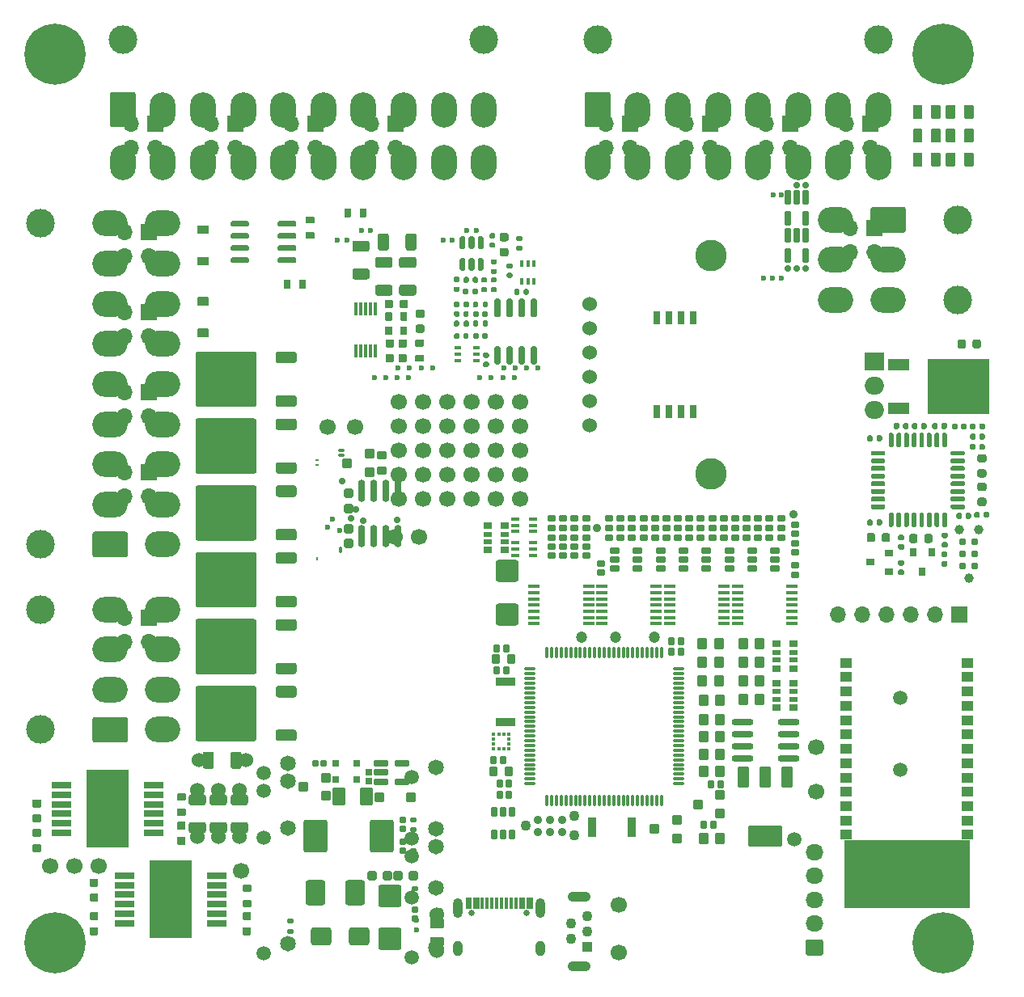
<source format=gts>
G75*
G70*
%OFA0B0*%
%FSLAX25Y25*%
%IPPOS*%
%LPD*%
%AMOC8*
5,1,8,0,0,1.08239X$1,22.5*
%
%AMM118*
21,1,0.027170,0.052760,0.000000,-0.000000,180.000000*
21,1,0.017320,0.062600,0.000000,-0.000000,180.000000*
1,1,0.009840,-0.008660,0.026380*
1,1,0.009840,0.008660,0.026380*
1,1,0.009840,0.008660,-0.026380*
1,1,0.009840,-0.008660,-0.026380*
%
%AMM14*
21,1,0.092130,0.073230,0.000000,0.000000,270.000000*
21,1,0.069290,0.096060,0.000000,0.000000,270.000000*
1,1,0.022840,-0.036610,-0.034650*
1,1,0.022840,-0.036610,0.034650*
1,1,0.022840,0.036610,0.034650*
1,1,0.022840,0.036610,-0.034650*
%
%AMM15*
21,1,0.100000,0.111020,0.000000,0.000000,0.000000*
21,1,0.075590,0.135430,0.000000,0.000000,0.000000*
1,1,0.024410,0.037800,-0.055510*
1,1,0.024410,-0.037800,-0.055510*
1,1,0.024410,-0.037800,0.055510*
1,1,0.024410,0.037800,0.055510*
%
%AMM16*
21,1,0.080320,0.083460,0.000000,0.000000,0.000000*
21,1,0.059840,0.103940,0.000000,0.000000,0.000000*
1,1,0.020470,0.029920,-0.041730*
1,1,0.020470,-0.029920,-0.041730*
1,1,0.020470,-0.029920,0.041730*
1,1,0.020470,0.029920,0.041730*
%
%AMM17*
21,1,0.084250,0.053540,0.000000,0.000000,180.000000*
21,1,0.065350,0.072440,0.000000,0.000000,180.000000*
1,1,0.018900,-0.032680,0.026770*
1,1,0.018900,0.032680,0.026770*
1,1,0.018900,0.032680,-0.026770*
1,1,0.018900,-0.032680,-0.026770*
%
%AMM18*
21,1,0.040950,0.030320,0.000000,0.000000,90.000000*
21,1,0.028350,0.042910,0.000000,0.000000,90.000000*
1,1,0.012600,0.015160,0.014170*
1,1,0.012600,0.015160,-0.014170*
1,1,0.012600,-0.015160,-0.014170*
1,1,0.012600,-0.015160,0.014170*
%
%AMM19*
21,1,0.027170,0.052760,0.000000,0.000000,270.000000*
21,1,0.017320,0.062600,0.000000,0.000000,270.000000*
1,1,0.009840,-0.026380,-0.008660*
1,1,0.009840,-0.026380,0.008660*
1,1,0.009840,0.026380,0.008660*
1,1,0.009840,0.026380,-0.008660*
%
%AMM20*
21,1,0.041340,0.026770,0.000000,0.000000,0.000000*
21,1,0.029130,0.038980,0.000000,0.000000,0.000000*
1,1,0.012210,0.014570,-0.013390*
1,1,0.012210,-0.014570,-0.013390*
1,1,0.012210,-0.014570,0.013390*
1,1,0.012210,0.014570,0.013390*
%
%AMM201*
21,1,0.029530,0.026380,-0.000000,-0.000000,90.000000*
21,1,0.020470,0.035430,-0.000000,-0.000000,90.000000*
1,1,0.009060,0.013190,0.010240*
1,1,0.009060,0.013190,-0.010240*
1,1,0.009060,-0.013190,-0.010240*
1,1,0.009060,-0.013190,0.010240*
%
%AMM202*
21,1,0.021650,0.027950,-0.000000,-0.000000,90.000000*
21,1,0.014170,0.035430,-0.000000,-0.000000,90.000000*
1,1,0.007480,0.013980,0.007090*
1,1,0.007480,0.013980,-0.007090*
1,1,0.007480,-0.013980,-0.007090*
1,1,0.007480,-0.013980,0.007090*
%
%AMM203*
21,1,0.016540,0.028980,-0.000000,-0.000000,270.000000*
21,1,0.010080,0.035430,-0.000000,-0.000000,270.000000*
1,1,0.006460,-0.014490,-0.005040*
1,1,0.006460,-0.014490,0.005040*
1,1,0.006460,0.014490,0.005040*
1,1,0.006460,0.014490,-0.005040*
%
%AMM204*
21,1,0.027560,0.030710,-0.000000,-0.000000,0.000000*
21,1,0.018900,0.039370,-0.000000,-0.000000,0.000000*
1,1,0.008660,0.009450,-0.015350*
1,1,0.008660,-0.009450,-0.015350*
1,1,0.008660,-0.009450,0.015350*
1,1,0.008660,0.009450,0.015350*
%
%AMM205*
21,1,0.031500,0.018900,-0.000000,-0.000000,270.000000*
21,1,0.022840,0.027560,-0.000000,-0.000000,270.000000*
1,1,0.008660,-0.009450,-0.011420*
1,1,0.008660,-0.009450,0.011420*
1,1,0.008660,0.009450,0.011420*
1,1,0.008660,0.009450,-0.011420*
%
%AMM206*
21,1,0.035430,0.072440,-0.000000,-0.000000,270.000000*
21,1,0.025200,0.082680,-0.000000,-0.000000,270.000000*
1,1,0.010240,-0.036220,-0.012600*
1,1,0.010240,-0.036220,0.012600*
1,1,0.010240,0.036220,0.012600*
1,1,0.010240,0.036220,-0.012600*
%
%AMM207*
21,1,0.031500,0.018900,-0.000000,-0.000000,0.000000*
21,1,0.022840,0.027560,-0.000000,-0.000000,0.000000*
1,1,0.008660,0.011420,-0.009450*
1,1,0.008660,-0.011420,-0.009450*
1,1,0.008660,-0.011420,0.009450*
1,1,0.008660,0.011420,0.009450*
%
%AMM208*
21,1,0.027560,0.030710,-0.000000,-0.000000,90.000000*
21,1,0.018900,0.039370,-0.000000,-0.000000,90.000000*
1,1,0.008660,0.015350,0.009450*
1,1,0.008660,0.015350,-0.009450*
1,1,0.008660,-0.015350,-0.009450*
1,1,0.008660,-0.015350,0.009450*
%
%AMM209*
21,1,0.039370,0.030320,-0.000000,-0.000000,90.000000*
21,1,0.028350,0.041340,-0.000000,-0.000000,90.000000*
1,1,0.011020,0.015160,0.014170*
1,1,0.011020,0.015160,-0.014170*
1,1,0.011020,-0.015160,-0.014170*
1,1,0.011020,-0.015160,0.014170*
%
%AMM21*
21,1,0.076380,0.036220,0.000000,0.000000,90.000000*
21,1,0.061810,0.050790,0.000000,0.000000,90.000000*
1,1,0.014570,0.018110,0.030910*
1,1,0.014570,0.018110,-0.030910*
1,1,0.014570,-0.018110,-0.030910*
1,1,0.014570,-0.018110,0.030910*
%
%AMM210*
21,1,0.047240,0.075980,-0.000000,-0.000000,180.000000*
21,1,0.034650,0.088580,-0.000000,-0.000000,180.000000*
1,1,0.012600,-0.017320,0.037990*
1,1,0.012600,0.017320,0.037990*
1,1,0.012600,0.017320,-0.037990*
1,1,0.012600,-0.017320,-0.037990*
%
%AMM211*
21,1,0.043310,0.035430,-0.000000,-0.000000,180.000000*
21,1,0.031500,0.047240,-0.000000,-0.000000,180.000000*
1,1,0.011810,-0.015750,0.017720*
1,1,0.011810,0.015750,0.017720*
1,1,0.011810,0.015750,-0.017720*
1,1,0.011810,-0.015750,-0.017720*
%
%AMM212*
21,1,0.031500,0.030710,-0.000000,-0.000000,180.000000*
21,1,0.022050,0.040160,-0.000000,-0.000000,180.000000*
1,1,0.009450,-0.011020,0.015350*
1,1,0.009450,0.011020,0.015350*
1,1,0.009450,0.011020,-0.015350*
1,1,0.009450,-0.011020,-0.015350*
%
%AMM213*
21,1,0.035430,0.072440,-0.000000,-0.000000,180.000000*
21,1,0.025200,0.082680,-0.000000,-0.000000,180.000000*
1,1,0.010240,-0.012600,0.036220*
1,1,0.010240,0.012600,0.036220*
1,1,0.010240,0.012600,-0.036220*
1,1,0.010240,-0.012600,-0.036220*
%
%AMM214*
21,1,0.141730,0.067720,-0.000000,-0.000000,180.000000*
21,1,0.120870,0.088580,-0.000000,-0.000000,180.000000*
1,1,0.020870,-0.060430,0.033860*
1,1,0.020870,0.060430,0.033860*
1,1,0.020870,0.060430,-0.033860*
1,1,0.020870,-0.060430,-0.033860*
%
%AMM215*
21,1,0.047240,0.075990,-0.000000,-0.000000,180.000000*
21,1,0.034650,0.088580,-0.000000,-0.000000,180.000000*
1,1,0.012600,-0.017320,0.037990*
1,1,0.012600,0.017320,0.037990*
1,1,0.012600,0.017320,-0.037990*
1,1,0.012600,-0.017320,-0.037990*
%
%AMM216*
21,1,0.090550,0.073230,-0.000000,-0.000000,270.000000*
21,1,0.069290,0.094490,-0.000000,-0.000000,270.000000*
1,1,0.021260,-0.036610,-0.034650*
1,1,0.021260,-0.036610,0.034650*
1,1,0.021260,0.036610,0.034650*
1,1,0.021260,0.036610,-0.034650*
%
%AMM22*
21,1,0.038980,0.026770,0.000000,0.000000,0.000000*
21,1,0.026770,0.038980,0.000000,0.000000,0.000000*
1,1,0.012210,0.013390,-0.013390*
1,1,0.012210,-0.013390,-0.013390*
1,1,0.012210,-0.013390,0.013390*
1,1,0.012210,0.013390,0.013390*
%
%AMM23*
21,1,0.021260,0.016540,0.000000,0.000000,270.000000*
21,1,0.012600,0.025200,0.000000,0.000000,270.000000*
1,1,0.008660,-0.008270,-0.006300*
1,1,0.008660,-0.008270,0.006300*
1,1,0.008660,0.008270,0.006300*
1,1,0.008660,0.008270,-0.006300*
%
%AMM24*
21,1,0.029130,0.018900,0.000000,0.000000,90.000000*
21,1,0.018900,0.029130,0.000000,0.000000,90.000000*
1,1,0.010240,0.009450,0.009450*
1,1,0.010240,0.009450,-0.009450*
1,1,0.010240,-0.009450,-0.009450*
1,1,0.010240,-0.009450,0.009450*
%
%AMM25*
21,1,0.025200,0.019680,0.000000,0.000000,0.000000*
21,1,0.015750,0.029130,0.000000,0.000000,0.000000*
1,1,0.009450,0.007870,-0.009840*
1,1,0.009450,-0.007870,-0.009840*
1,1,0.009450,-0.007870,0.009840*
1,1,0.009450,0.007870,0.009840*
%
%AMM254*
21,1,0.040950,0.030320,0.000000,-0.000000,90.000000*
21,1,0.028350,0.042910,0.000000,-0.000000,90.000000*
1,1,0.012600,0.015160,0.014170*
1,1,0.012600,0.015160,-0.014170*
1,1,0.012600,-0.015160,-0.014170*
1,1,0.012600,-0.015160,0.014170*
%
%AMM255*
21,1,0.038980,0.026770,0.000000,-0.000000,270.000000*
21,1,0.026770,0.038980,0.000000,-0.000000,270.000000*
1,1,0.012210,-0.013390,-0.013390*
1,1,0.012210,-0.013390,0.013390*
1,1,0.012210,0.013390,0.013390*
1,1,0.012210,0.013390,-0.013390*
%
%AMM256*
21,1,0.033070,0.030710,0.000000,-0.000000,90.000000*
21,1,0.022050,0.041730,0.000000,-0.000000,90.000000*
1,1,0.011020,0.015350,0.011020*
1,1,0.011020,0.015350,-0.011020*
1,1,0.011020,-0.015350,-0.011020*
1,1,0.011020,-0.015350,0.011020*
%
%AMM26*
21,1,0.025200,0.019680,0.000000,0.000000,270.000000*
21,1,0.015750,0.029130,0.000000,0.000000,270.000000*
1,1,0.009450,-0.009840,-0.007870*
1,1,0.009450,-0.009840,0.007870*
1,1,0.009450,0.009840,0.007870*
1,1,0.009450,0.009840,-0.007870*
%
%ADD11R,0.06693X0.06693*%
%ADD118M14*%
%ADD119M15*%
%ADD12O,0.06693X0.06693*%
%ADD120M16*%
%ADD121M17*%
%ADD122M18*%
%ADD123M19*%
%ADD124M20*%
%ADD125M21*%
%ADD126M22*%
%ADD127M23*%
%ADD128M24*%
%ADD129M25*%
%ADD13O,0.10630X0.14567*%
%ADD130M26*%
%ADD131C,0.02913*%
%ADD132C,0.06457*%
%ADD14C,0.06693*%
%ADD156R,0.02559X0.01575*%
%ADD157R,0.01575X0.02559*%
%ADD16C,0.11811*%
%ADD160R,0.03543X0.03150*%
%ADD162C,0.05118*%
%ADD164R,0.03150X0.03543*%
%ADD172C,0.03100*%
%ADD175C,0.03900*%
%ADD209O,0.05118X0.01260*%
%ADD210O,0.01260X0.05118*%
%ADD211O,0.04724X0.01575*%
%ADD212C,0.03494*%
%ADD215R,0.01772X0.01378*%
%ADD216R,0.01378X0.01772*%
%ADD221O,0.09055X0.02756*%
%ADD228C,0.03543*%
%ADD230C,0.04724*%
%ADD231C,0.04294*%
%ADD24C,0.03150*%
%ADD25C,0.25197*%
%ADD26C,0.06000*%
%ADD27O,0.07283X0.06693*%
%ADD275O,0.02520X0.01535*%
%ADD276O,0.01535X0.02520*%
%ADD28C,0.02362*%
%ADD301M118*%
%ADD310R,0.01181X0.05512*%
%ADD311R,0.08661X0.04724*%
%ADD312R,0.25197X0.22835*%
%ADD313R,0.07874X0.07500*%
%ADD314O,0.07874X0.07500*%
%ADD34R,0.04331X0.04331*%
%ADD35C,0.04331*%
%ADD36O,0.09449X0.04331*%
%ADD39C,0.05906*%
%ADD412M201*%
%ADD413M202*%
%ADD414M203*%
%ADD415M204*%
%ADD416M205*%
%ADD417M206*%
%ADD418M207*%
%ADD419M208*%
%ADD420M209*%
%ADD421M210*%
%ADD422M211*%
%ADD423M212*%
%ADD424M213*%
%ADD425M214*%
%ADD426M215*%
%ADD427M216*%
%ADD456O,0.02913X0.09213*%
%ADD466M254*%
%ADD467M255*%
%ADD468M256*%
%ADD52O,0.00984X0.01969*%
%ADD54O,0.01969X0.00984*%
%ADD55O,0.14567X0.10630*%
%ADD56R,0.05118X0.03937*%
%ADD57R,0.07874X0.02559*%
%ADD58R,0.17717X0.31890*%
%ADD71R,0.01181X0.04528*%
%ADD72O,0.03937X0.08268*%
%ADD73O,0.03937X0.06299*%
%ADD74C,0.13000*%
%ADD75R,0.02717X0.05315*%
%ADD81C,0.00472*%
%ADD82C,0.02559*%
X0000000Y0000000D02*
%LPD*%
G01*
D81*
X0390354Y0034350D02*
X0339173Y0034350D01*
X0339173Y0061909D01*
X0390354Y0061909D01*
X0390354Y0034350D01*
G36*
X0390354Y0034350D02*
G01*
X0339173Y0034350D01*
X0339173Y0061909D01*
X0390354Y0061909D01*
X0390354Y0034350D01*
G37*
G36*
G01*
X0380905Y0340059D02*
X0380905Y0344980D01*
G75*
G02*
X0381299Y0345374I0000394J0000000D01*
G01*
X0384448Y0345374D01*
G75*
G02*
X0384842Y0344980I0000000J-000394D01*
G01*
X0384842Y0340059D01*
G75*
G02*
X0384448Y0339665I-000394J0000000D01*
G01*
X0381299Y0339665D01*
G75*
G02*
X0380905Y0340059I0000000J0000394D01*
G01*
G37*
G36*
G01*
X0388385Y0340059D02*
X0388385Y0344980D01*
G75*
G02*
X0388779Y0345374I0000394J0000000D01*
G01*
X0391929Y0345374D01*
G75*
G02*
X0392322Y0344980I0000000J-000394D01*
G01*
X0392322Y0340059D01*
G75*
G02*
X0391929Y0339665I-000394J0000000D01*
G01*
X0388779Y0339665D01*
G75*
G02*
X0388385Y0340059I0000000J0000394D01*
G01*
G37*
G36*
G01*
X0113287Y0301614D02*
X0113287Y0300433D01*
G75*
G02*
X0112696Y0299843I-000591J0000000D01*
G01*
X0106200Y0299843D01*
G75*
G02*
X0105610Y0300433I0000000J0000591D01*
G01*
X0105610Y0301614D01*
G75*
G02*
X0106200Y0302205I0000591J0000000D01*
G01*
X0112696Y0302205D01*
G75*
G02*
X0113287Y0301614I0000000J-000591D01*
G01*
G37*
G36*
G01*
X0113287Y0306614D02*
X0113287Y0305433D01*
G75*
G02*
X0112696Y0304843I-000591J0000000D01*
G01*
X0106200Y0304843D01*
G75*
G02*
X0105610Y0305433I0000000J0000591D01*
G01*
X0105610Y0306614D01*
G75*
G02*
X0106200Y0307205I0000591J0000000D01*
G01*
X0112696Y0307205D01*
G75*
G02*
X0113287Y0306614I0000000J-000591D01*
G01*
G37*
G36*
G01*
X0113287Y0311614D02*
X0113287Y0310433D01*
G75*
G02*
X0112696Y0309843I-000591J0000000D01*
G01*
X0106200Y0309843D01*
G75*
G02*
X0105610Y0310433I0000000J0000591D01*
G01*
X0105610Y0311614D01*
G75*
G02*
X0106200Y0312205I0000591J0000000D01*
G01*
X0112696Y0312205D01*
G75*
G02*
X0113287Y0311614I0000000J-000591D01*
G01*
G37*
G36*
G01*
X0113287Y0316614D02*
X0113287Y0315433D01*
G75*
G02*
X0112696Y0314843I-000591J0000000D01*
G01*
X0106200Y0314843D01*
G75*
G02*
X0105610Y0315433I0000000J0000591D01*
G01*
X0105610Y0316614D01*
G75*
G02*
X0106200Y0317205I0000591J0000000D01*
G01*
X0112696Y0317205D01*
G75*
G02*
X0113287Y0316614I0000000J-000591D01*
G01*
G37*
G36*
G01*
X0093799Y0316614D02*
X0093799Y0315433D01*
G75*
G02*
X0093208Y0314843I-000591J0000000D01*
G01*
X0086712Y0314843D01*
G75*
G02*
X0086122Y0315433I0000000J0000591D01*
G01*
X0086122Y0316614D01*
G75*
G02*
X0086712Y0317205I0000591J0000000D01*
G01*
X0093208Y0317205D01*
G75*
G02*
X0093799Y0316614I0000000J-000591D01*
G01*
G37*
G36*
G01*
X0093799Y0311614D02*
X0093799Y0310433D01*
G75*
G02*
X0093208Y0309843I-000591J0000000D01*
G01*
X0086712Y0309843D01*
G75*
G02*
X0086122Y0310433I0000000J0000591D01*
G01*
X0086122Y0311614D01*
G75*
G02*
X0086712Y0312205I0000591J0000000D01*
G01*
X0093208Y0312205D01*
G75*
G02*
X0093799Y0311614I0000000J-000591D01*
G01*
G37*
G36*
G01*
X0093799Y0306614D02*
X0093799Y0305433D01*
G75*
G02*
X0093208Y0304843I-000591J0000000D01*
G01*
X0086712Y0304843D01*
G75*
G02*
X0086122Y0305433I0000000J0000591D01*
G01*
X0086122Y0306614D01*
G75*
G02*
X0086712Y0307205I0000591J0000000D01*
G01*
X0093208Y0307205D01*
G75*
G02*
X0093799Y0306614I0000000J-000591D01*
G01*
G37*
G36*
G01*
X0093799Y0301614D02*
X0093799Y0300433D01*
G75*
G02*
X0093208Y0299843I-000591J0000000D01*
G01*
X0086712Y0299843D01*
G75*
G02*
X0086122Y0300433I0000000J0000591D01*
G01*
X0086122Y0301614D01*
G75*
G02*
X0086712Y0302205I0000591J0000000D01*
G01*
X0093208Y0302205D01*
G75*
G02*
X0093799Y0301614I0000000J-000591D01*
G01*
G37*
G36*
G01*
X0028582Y0046122D02*
X0031259Y0046122D01*
G75*
G02*
X0031594Y0045787I0000000J-000335D01*
G01*
X0031594Y0043110D01*
G75*
G02*
X0031259Y0042776I-000335J0000000D01*
G01*
X0028582Y0042776D01*
G75*
G02*
X0028248Y0043110I0000000J0000335D01*
G01*
X0028248Y0045787D01*
G75*
G02*
X0028582Y0046122I0000335J0000000D01*
G01*
G37*
G36*
G01*
X0028582Y0039902D02*
X0031259Y0039902D01*
G75*
G02*
X0031594Y0039567I0000000J-000335D01*
G01*
X0031594Y0036890D01*
G75*
G02*
X0031259Y0036555I-000335J0000000D01*
G01*
X0028582Y0036555D01*
G75*
G02*
X0028248Y0036890I0000000J0000335D01*
G01*
X0028248Y0039567D01*
G75*
G02*
X0028582Y0039902I0000335J0000000D01*
G01*
G37*
G36*
G01*
X0380905Y0349902D02*
X0380905Y0354823D01*
G75*
G02*
X0381299Y0355217I0000394J0000000D01*
G01*
X0384448Y0355217D01*
G75*
G02*
X0384842Y0354823I0000000J-000394D01*
G01*
X0384842Y0349902D01*
G75*
G02*
X0384448Y0349508I-000394J0000000D01*
G01*
X0381299Y0349508D01*
G75*
G02*
X0380905Y0349902I0000000J0000394D01*
G01*
G37*
G36*
G01*
X0388385Y0349902D02*
X0388385Y0354823D01*
G75*
G02*
X0388779Y0355217I0000394J0000000D01*
G01*
X0391929Y0355217D01*
G75*
G02*
X0392322Y0354823I0000000J-000394D01*
G01*
X0392322Y0349902D01*
G75*
G02*
X0391929Y0349508I-000394J0000000D01*
G01*
X0388779Y0349508D01*
G75*
G02*
X0388385Y0349902I0000000J0000394D01*
G01*
G37*
G36*
G01*
X0113385Y0161693D02*
X0113385Y0158937D01*
G75*
G02*
X0112401Y0157953I-000984J0000000D01*
G01*
X0105708Y0157953D01*
G75*
G02*
X0104724Y0158937I0000000J0000984D01*
G01*
X0104724Y0161693D01*
G75*
G02*
X0105708Y0162677I0000984J0000000D01*
G01*
X0112401Y0162677D01*
G75*
G02*
X0113385Y0161693I0000000J-000984D01*
G01*
G37*
G36*
G01*
X0096850Y0179724D02*
X0096850Y0158858D01*
G75*
G02*
X0095866Y0157874I-000984J0000000D01*
G01*
X0072637Y0157874D01*
G75*
G02*
X0071653Y0158858I0000000J0000984D01*
G01*
X0071653Y0179724D01*
G75*
G02*
X0072637Y0180709I0000984J0000000D01*
G01*
X0095866Y0180709D01*
G75*
G02*
X0096850Y0179724I0000000J-000984D01*
G01*
G37*
G36*
G01*
X0113385Y0179646D02*
X0113385Y0176890D01*
G75*
G02*
X0112401Y0175906I-000984J0000000D01*
G01*
X0105708Y0175906D01*
G75*
G02*
X0104724Y0176890I0000000J0000984D01*
G01*
X0104724Y0179646D01*
G75*
G02*
X0105708Y0180630I0000984J0000000D01*
G01*
X0112401Y0180630D01*
G75*
G02*
X0113385Y0179646I0000000J-000984D01*
G01*
G37*
D11*
X0052421Y0213583D03*
D12*
X0042421Y0213583D03*
X0052421Y0203583D03*
X0042421Y0203583D03*
D16*
X0237401Y0391831D03*
X0353149Y0391831D03*
G36*
G01*
X0232086Y0356791D02*
X0232086Y0369390D01*
G75*
G02*
X0233070Y0370374I0000984J0000000D01*
G01*
X0241732Y0370374D01*
G75*
G02*
X0242716Y0369390I0000000J-000984D01*
G01*
X0242716Y0356791D01*
G75*
G02*
X0241732Y0355807I-000984J0000000D01*
G01*
X0233070Y0355807D01*
G75*
G02*
X0232086Y0356791I0000000J0000984D01*
G01*
G37*
D13*
X0253937Y0363091D03*
X0270472Y0363091D03*
X0287007Y0363091D03*
X0303543Y0363091D03*
X0320078Y0363091D03*
X0336614Y0363091D03*
X0353149Y0363091D03*
X0237401Y0341437D03*
X0253937Y0341437D03*
X0270472Y0341437D03*
X0287007Y0341437D03*
X0303543Y0341437D03*
X0320078Y0341437D03*
X0336614Y0341437D03*
X0353149Y0341437D03*
D14*
X0327559Y0081890D03*
D11*
X0052421Y0246654D03*
D12*
X0042421Y0246654D03*
X0052421Y0236654D03*
X0042421Y0236654D03*
D14*
X0163779Y0187008D03*
D16*
X0041732Y0391831D03*
X0190551Y0391831D03*
G36*
G01*
X0036417Y0356791D02*
X0036417Y0369390D01*
G75*
G02*
X0037401Y0370374I0000984J0000000D01*
G01*
X0046063Y0370374D01*
G75*
G02*
X0047047Y0369390I0000000J-000984D01*
G01*
X0047047Y0356791D01*
G75*
G02*
X0046063Y0355807I-000984J0000000D01*
G01*
X0037401Y0355807D01*
G75*
G02*
X0036417Y0356791I0000000J0000984D01*
G01*
G37*
D13*
X0058267Y0363091D03*
X0074803Y0363091D03*
X0091338Y0363091D03*
X0107874Y0363091D03*
X0124409Y0363091D03*
X0140944Y0363091D03*
X0157480Y0363091D03*
X0174015Y0363091D03*
X0190551Y0363091D03*
X0041732Y0341437D03*
X0058267Y0341437D03*
X0074803Y0341437D03*
X0091338Y0341437D03*
X0107874Y0341437D03*
X0124409Y0341437D03*
X0140944Y0341437D03*
X0157480Y0341437D03*
X0174015Y0341437D03*
X0190551Y0341437D03*
G36*
G01*
X0113385Y0244370D02*
X0113385Y0241614D01*
G75*
G02*
X0112401Y0240630I-000984J0000000D01*
G01*
X0105708Y0240630D01*
G75*
G02*
X0104724Y0241614I0000000J0000984D01*
G01*
X0104724Y0244370D01*
G75*
G02*
X0105708Y0245354I0000984J0000000D01*
G01*
X0112401Y0245354D01*
G75*
G02*
X0113385Y0244370I0000000J-000984D01*
G01*
G37*
G36*
G01*
X0096850Y0262402D02*
X0096850Y0241535D01*
G75*
G02*
X0095866Y0240551I-000984J0000000D01*
G01*
X0072637Y0240551D01*
G75*
G02*
X0071653Y0241535I0000000J0000984D01*
G01*
X0071653Y0262402D01*
G75*
G02*
X0072637Y0263386I0000984J0000000D01*
G01*
X0095866Y0263386D01*
G75*
G02*
X0096850Y0262402I0000000J-000984D01*
G01*
G37*
G36*
G01*
X0113385Y0262323D02*
X0113385Y0259567D01*
G75*
G02*
X0112401Y0258583I-000984J0000000D01*
G01*
X0105708Y0258583D01*
G75*
G02*
X0104724Y0259567I0000000J0000984D01*
G01*
X0104724Y0262323D01*
G75*
G02*
X0105708Y0263307I0000984J0000000D01*
G01*
X0112401Y0263307D01*
G75*
G02*
X0113385Y0262323I0000000J-000984D01*
G01*
G37*
G36*
G01*
X0113385Y0216811D02*
X0113385Y0214055D01*
G75*
G02*
X0112401Y0213071I-000984J0000000D01*
G01*
X0105708Y0213071D01*
G75*
G02*
X0104724Y0214055I0000000J0000984D01*
G01*
X0104724Y0216811D01*
G75*
G02*
X0105708Y0217795I0000984J0000000D01*
G01*
X0112401Y0217795D01*
G75*
G02*
X0113385Y0216811I0000000J-000984D01*
G01*
G37*
G36*
G01*
X0096850Y0234843D02*
X0096850Y0213976D01*
G75*
G02*
X0095866Y0212992I-000984J0000000D01*
G01*
X0072637Y0212992D01*
G75*
G02*
X0071653Y0213976I0000000J0000984D01*
G01*
X0071653Y0234843D01*
G75*
G02*
X0072637Y0235827I0000984J0000000D01*
G01*
X0095866Y0235827D01*
G75*
G02*
X0096850Y0234843I0000000J-000984D01*
G01*
G37*
G36*
G01*
X0113385Y0234764D02*
X0113385Y0232008D01*
G75*
G02*
X0112401Y0231024I-000984J0000000D01*
G01*
X0105708Y0231024D01*
G75*
G02*
X0104724Y0232008I0000000J0000984D01*
G01*
X0104724Y0234764D01*
G75*
G02*
X0105708Y0235748I0000984J0000000D01*
G01*
X0112401Y0235748D01*
G75*
G02*
X0113385Y0234764I0000000J-000984D01*
G01*
G37*
D11*
X0154291Y0357185D03*
D12*
X0144291Y0357185D03*
X0154291Y0347185D03*
X0144291Y0347185D03*
D14*
X0125984Y0232283D03*
G36*
G01*
X0091574Y0032343D02*
X0094251Y0032343D01*
G75*
G02*
X0094586Y0032008I0000000J-000335D01*
G01*
X0094586Y0029331D01*
G75*
G02*
X0094251Y0028996I-000335J0000000D01*
G01*
X0091574Y0028996D01*
G75*
G02*
X0091240Y0029331I0000000J0000335D01*
G01*
X0091240Y0032008D01*
G75*
G02*
X0091574Y0032343I0000335J0000000D01*
G01*
G37*
G36*
G01*
X0091574Y0026122D02*
X0094251Y0026122D01*
G75*
G02*
X0094586Y0025787I0000000J-000335D01*
G01*
X0094586Y0023110D01*
G75*
G02*
X0094251Y0022776I-000335J0000000D01*
G01*
X0091574Y0022776D01*
G75*
G02*
X0091240Y0023110I0000000J0000335D01*
G01*
X0091240Y0025787D01*
G75*
G02*
X0091574Y0026122I0000335J0000000D01*
G01*
G37*
G36*
G01*
X0142057Y0322106D02*
X0142057Y0319035D01*
G75*
G02*
X0141781Y0318760I-000276J0000000D01*
G01*
X0139576Y0318760D01*
G75*
G02*
X0139301Y0319035I0000000J0000276D01*
G01*
X0139301Y0322106D01*
G75*
G02*
X0139576Y0322382I0000276J0000000D01*
G01*
X0141781Y0322382D01*
G75*
G02*
X0142057Y0322106I0000000J-000276D01*
G01*
G37*
G36*
G01*
X0135757Y0322106D02*
X0135757Y0319035D01*
G75*
G02*
X0135482Y0318760I-000276J0000000D01*
G01*
X0133277Y0318760D01*
G75*
G02*
X0133001Y0319035I0000000J0000276D01*
G01*
X0133001Y0322106D01*
G75*
G02*
X0133277Y0322382I0000276J0000000D01*
G01*
X0135482Y0322382D01*
G75*
G02*
X0135757Y0322106I0000000J-000276D01*
G01*
G37*
X0137401Y0232283D03*
G36*
G01*
X0064507Y0069587D02*
X0067185Y0069587D01*
G75*
G02*
X0067519Y0069252I0000000J-000335D01*
G01*
X0067519Y0066575D01*
G75*
G02*
X0067185Y0066240I-000335J0000000D01*
G01*
X0064507Y0066240D01*
G75*
G02*
X0064173Y0066575I0000000J0000335D01*
G01*
X0064173Y0069252D01*
G75*
G02*
X0064507Y0069587I0000335J0000000D01*
G01*
G37*
G36*
G01*
X0064507Y0063366D02*
X0067185Y0063366D01*
G75*
G02*
X0067519Y0063031I0000000J-000335D01*
G01*
X0067519Y0060354D01*
G75*
G02*
X0067185Y0060020I-000335J0000000D01*
G01*
X0064507Y0060020D01*
G75*
G02*
X0064173Y0060354I0000000J0000335D01*
G01*
X0064173Y0063031D01*
G75*
G02*
X0064507Y0063366I0000335J0000000D01*
G01*
G37*
X0021811Y0051181D03*
D24*
X0004330Y0385827D03*
X0007098Y0392508D03*
X0007098Y0379145D03*
X0013779Y0395276D03*
D25*
X0013779Y0385827D03*
D24*
X0013779Y0376378D03*
X0020460Y0392508D03*
X0020460Y0379145D03*
X0023228Y0385827D03*
X0370472Y0385827D03*
X0373239Y0392508D03*
X0373239Y0379145D03*
X0379921Y0395276D03*
D25*
X0379921Y0385827D03*
D24*
X0379921Y0376378D03*
X0386602Y0392508D03*
X0386602Y0379145D03*
X0389370Y0385827D03*
D26*
X0072440Y0082480D03*
G36*
G01*
X0068897Y0077185D02*
X0068897Y0079902D01*
G75*
G02*
X0069803Y0080807I0000906J0000000D01*
G01*
X0075078Y0080807D01*
G75*
G02*
X0075984Y0079902I0000000J-000906D01*
G01*
X0075984Y0077185D01*
G75*
G02*
X0075078Y0076280I-000906J0000000D01*
G01*
X0069803Y0076280D01*
G75*
G02*
X0068897Y0077185I0000000J0000906D01*
G01*
G37*
G36*
G01*
X0068897Y0065768D02*
X0068897Y0068484D01*
G75*
G02*
X0069803Y0069390I0000906J0000000D01*
G01*
X0075078Y0069390D01*
G75*
G02*
X0075984Y0068484I0000000J-000906D01*
G01*
X0075984Y0065768D01*
G75*
G02*
X0075078Y0064862I-000906J0000000D01*
G01*
X0069803Y0064862D01*
G75*
G02*
X0068897Y0065768I0000000J0000906D01*
G01*
G37*
X0072440Y0063189D03*
G36*
G01*
X0367322Y0340059D02*
X0367322Y0344980D01*
G75*
G02*
X0367716Y0345374I0000394J0000000D01*
G01*
X0370866Y0345374D01*
G75*
G02*
X0371259Y0344980I0000000J-000394D01*
G01*
X0371259Y0340059D01*
G75*
G02*
X0370866Y0339665I-000394J0000000D01*
G01*
X0367716Y0339665D01*
G75*
G02*
X0367322Y0340059I0000000J0000394D01*
G01*
G37*
G36*
G01*
X0374803Y0340059D02*
X0374803Y0344980D01*
G75*
G02*
X0375196Y0345374I0000394J0000000D01*
G01*
X0378346Y0345374D01*
G75*
G02*
X0378740Y0344980I0000000J-000394D01*
G01*
X0378740Y0340059D01*
G75*
G02*
X0378346Y0339665I-000394J0000000D01*
G01*
X0375196Y0339665D01*
G75*
G02*
X0374803Y0340059I0000000J0000394D01*
G01*
G37*
G36*
G01*
X0004960Y0078799D02*
X0007637Y0078799D01*
G75*
G02*
X0007972Y0078465I0000000J-000335D01*
G01*
X0007972Y0075787D01*
G75*
G02*
X0007637Y0075453I-000335J0000000D01*
G01*
X0004960Y0075453D01*
G75*
G02*
X0004626Y0075787I0000000J0000335D01*
G01*
X0004626Y0078465D01*
G75*
G02*
X0004960Y0078799I0000335J0000000D01*
G01*
G37*
G36*
G01*
X0004960Y0072579D02*
X0007637Y0072579D01*
G75*
G02*
X0007972Y0072244I0000000J-000335D01*
G01*
X0007972Y0069567D01*
G75*
G02*
X0007637Y0069232I-000335J0000000D01*
G01*
X0004960Y0069232D01*
G75*
G02*
X0004626Y0069567I0000000J0000335D01*
G01*
X0004626Y0072244D01*
G75*
G02*
X0004960Y0072579I0000335J0000000D01*
G01*
G37*
G36*
G01*
X0329429Y0014370D02*
X0324114Y0014370D01*
G75*
G02*
X0323129Y0015354I0000000J0000984D01*
G01*
X0323129Y0020079D01*
G75*
G02*
X0324114Y0021063I0000984J0000000D01*
G01*
X0329429Y0021063D01*
G75*
G02*
X0330413Y0020079I0000000J-000984D01*
G01*
X0330413Y0015354D01*
G75*
G02*
X0329429Y0014370I-000984J0000000D01*
G01*
G37*
D27*
X0326771Y0027559D03*
X0326771Y0037402D03*
X0326771Y0047244D03*
X0326771Y0057087D03*
D14*
X0246063Y0035433D03*
D24*
X0004330Y0019685D03*
X0007098Y0026366D03*
X0007098Y0013004D03*
X0013779Y0029134D03*
D25*
X0013779Y0019685D03*
D24*
X0013779Y0010236D03*
X0020460Y0026366D03*
X0020460Y0013004D03*
X0023228Y0019685D03*
D28*
X0193602Y0252657D03*
X0188877Y0252657D03*
X0198326Y0252657D03*
X0203051Y0252657D03*
X0177618Y0309449D03*
X0173681Y0309449D03*
G36*
G01*
X0117126Y0292677D02*
X0117126Y0289606D01*
G75*
G02*
X0116850Y0289331I-000276J0000000D01*
G01*
X0114645Y0289331D01*
G75*
G02*
X0114370Y0289606I0000000J0000276D01*
G01*
X0114370Y0292677D01*
G75*
G02*
X0114645Y0292953I0000276J0000000D01*
G01*
X0116850Y0292953D01*
G75*
G02*
X0117126Y0292677I0000000J-000276D01*
G01*
G37*
G36*
G01*
X0110826Y0292677D02*
X0110826Y0289606D01*
G75*
G02*
X0110551Y0289331I-000276J0000000D01*
G01*
X0108346Y0289331D01*
G75*
G02*
X0108070Y0289606I0000000J0000276D01*
G01*
X0108070Y0292677D01*
G75*
G02*
X0108346Y0292953I0000276J0000000D01*
G01*
X0110551Y0292953D01*
G75*
G02*
X0110826Y0292677I0000000J-000276D01*
G01*
G37*
D14*
X0011811Y0051181D03*
D34*
X0233267Y0018110D03*
D35*
X0226377Y0021260D03*
X0233267Y0024409D03*
X0226377Y0027559D03*
X0233267Y0030709D03*
D36*
X0229822Y0010039D03*
X0229822Y0038780D03*
D26*
X0081102Y0082480D03*
G36*
G01*
X0077559Y0077185D02*
X0077559Y0079902D01*
G75*
G02*
X0078464Y0080807I0000906J0000000D01*
G01*
X0083740Y0080807D01*
G75*
G02*
X0084645Y0079902I0000000J-000906D01*
G01*
X0084645Y0077185D01*
G75*
G02*
X0083740Y0076280I-000906J0000000D01*
G01*
X0078464Y0076280D01*
G75*
G02*
X0077559Y0077185I0000000J0000906D01*
G01*
G37*
G36*
G01*
X0077559Y0065768D02*
X0077559Y0068484D01*
G75*
G02*
X0078464Y0069390I0000906J0000000D01*
G01*
X0083740Y0069390D01*
G75*
G02*
X0084645Y0068484I0000000J-000906D01*
G01*
X0084645Y0065768D01*
G75*
G02*
X0083740Y0064862I-000906J0000000D01*
G01*
X0078464Y0064862D01*
G75*
G02*
X0077559Y0065768I0000000J0000906D01*
G01*
G37*
X0081102Y0063189D03*
D28*
X0313287Y0293799D03*
X0309547Y0293799D03*
X0305807Y0293799D03*
X0309744Y0328051D03*
X0313287Y0328051D03*
G36*
G01*
X0031259Y0022776D02*
X0028582Y0022776D01*
G75*
G02*
X0028248Y0023110I0000000J0000335D01*
G01*
X0028248Y0025787D01*
G75*
G02*
X0028582Y0026122I0000335J0000000D01*
G01*
X0031259Y0026122D01*
G75*
G02*
X0031594Y0025787I0000000J-000335D01*
G01*
X0031594Y0023110D01*
G75*
G02*
X0031259Y0022776I-000335J0000000D01*
G01*
G37*
G36*
G01*
X0031259Y0028996D02*
X0028582Y0028996D01*
G75*
G02*
X0028248Y0029331I0000000J0000335D01*
G01*
X0028248Y0032008D01*
G75*
G02*
X0028582Y0032343I0000335J0000000D01*
G01*
X0031259Y0032343D01*
G75*
G02*
X0031594Y0032008I0000000J-000335D01*
G01*
X0031594Y0029331D01*
G75*
G02*
X0031259Y0028996I-000335J0000000D01*
G01*
G37*
D14*
X0090551Y0049213D03*
D39*
X0160925Y0087894D03*
X0160925Y0062697D03*
X0160925Y0055217D03*
X0160925Y0038287D03*
D28*
X0162696Y0028839D03*
X0162696Y0024902D03*
D39*
X0160925Y0013681D03*
X0099901Y0089665D03*
X0099901Y0082382D03*
X0099901Y0062894D03*
X0099901Y0015453D03*
G36*
G01*
X0113385Y0106575D02*
X0113385Y0103819D01*
G75*
G02*
X0112401Y0102835I-000984J0000000D01*
G01*
X0105708Y0102835D01*
G75*
G02*
X0104724Y0103819I0000000J0000984D01*
G01*
X0104724Y0106575D01*
G75*
G02*
X0105708Y0107559I0000984J0000000D01*
G01*
X0112401Y0107559D01*
G75*
G02*
X0113385Y0106575I0000000J-000984D01*
G01*
G37*
G36*
G01*
X0096850Y0124606D02*
X0096850Y0103740D01*
G75*
G02*
X0095866Y0102756I-000984J0000000D01*
G01*
X0072637Y0102756D01*
G75*
G02*
X0071653Y0103740I0000000J0000984D01*
G01*
X0071653Y0124606D01*
G75*
G02*
X0072637Y0125591I0000984J0000000D01*
G01*
X0095866Y0125591D01*
G75*
G02*
X0096850Y0124606I0000000J-000984D01*
G01*
G37*
G36*
G01*
X0113385Y0124528D02*
X0113385Y0121772D01*
G75*
G02*
X0112401Y0120787I-000984J0000000D01*
G01*
X0105708Y0120787D01*
G75*
G02*
X0104724Y0121772I0000000J0000984D01*
G01*
X0104724Y0124528D01*
G75*
G02*
X0105708Y0125512I0000984J0000000D01*
G01*
X0112401Y0125512D01*
G75*
G02*
X0113385Y0124528I0000000J-000984D01*
G01*
G37*
D14*
X0153779Y0187008D03*
D52*
X0121653Y0177854D03*
D54*
X0121850Y0218602D03*
X0121850Y0216634D03*
D28*
X0125984Y0190846D03*
X0128051Y0194291D03*
X0131003Y0189665D03*
X0144980Y0189961D03*
G36*
G01*
X0064311Y0081142D02*
X0067381Y0081142D01*
G75*
G02*
X0067657Y0080866I0000000J-000276D01*
G01*
X0067657Y0078661D01*
G75*
G02*
X0067381Y0078386I-000276J0000000D01*
G01*
X0064311Y0078386D01*
G75*
G02*
X0064035Y0078661I0000000J0000276D01*
G01*
X0064035Y0080866D01*
G75*
G02*
X0064311Y0081142I0000276J0000000D01*
G01*
G37*
G36*
G01*
X0064311Y0074843D02*
X0067381Y0074843D01*
G75*
G02*
X0067657Y0074567I0000000J-000276D01*
G01*
X0067657Y0072362D01*
G75*
G02*
X0067381Y0072087I-000276J0000000D01*
G01*
X0064311Y0072087D01*
G75*
G02*
X0064035Y0072362I0000000J0000276D01*
G01*
X0064035Y0074567D01*
G75*
G02*
X0064311Y0074843I0000276J0000000D01*
G01*
G37*
D11*
X0316889Y0357185D03*
D12*
X0306889Y0357185D03*
X0316889Y0347185D03*
X0306889Y0347185D03*
D16*
X0007775Y0183858D03*
X0007775Y0316142D03*
G36*
G01*
X0042814Y0178543D02*
X0030216Y0178543D01*
G75*
G02*
X0029232Y0179528I0000000J0000984D01*
G01*
X0029232Y0188189D01*
G75*
G02*
X0030216Y0189173I0000984J0000000D01*
G01*
X0042814Y0189173D01*
G75*
G02*
X0043799Y0188189I0000000J-000984D01*
G01*
X0043799Y0179528D01*
G75*
G02*
X0042814Y0178543I-000984J0000000D01*
G01*
G37*
D55*
X0036515Y0200394D03*
X0036515Y0216929D03*
X0036515Y0233465D03*
X0036515Y0250000D03*
X0036515Y0266535D03*
X0036515Y0283071D03*
X0036515Y0299606D03*
X0036515Y0316142D03*
X0058169Y0183858D03*
X0058169Y0200394D03*
X0058169Y0216929D03*
X0058169Y0233465D03*
X0058169Y0250000D03*
X0058169Y0266535D03*
X0058169Y0283071D03*
X0058169Y0299606D03*
X0058169Y0316142D03*
G36*
G01*
X0113385Y0189252D02*
X0113385Y0186496D01*
G75*
G02*
X0112401Y0185512I-000984J0000000D01*
G01*
X0105708Y0185512D01*
G75*
G02*
X0104724Y0186496I0000000J0000984D01*
G01*
X0104724Y0189252D01*
G75*
G02*
X0105708Y0190236I0000984J0000000D01*
G01*
X0112401Y0190236D01*
G75*
G02*
X0113385Y0189252I0000000J-000984D01*
G01*
G37*
G36*
G01*
X0096850Y0207283D02*
X0096850Y0186417D01*
G75*
G02*
X0095866Y0185433I-000984J0000000D01*
G01*
X0072637Y0185433D01*
G75*
G02*
X0071653Y0186417I0000000J0000984D01*
G01*
X0071653Y0207283D01*
G75*
G02*
X0072637Y0208268I0000984J0000000D01*
G01*
X0095866Y0208268D01*
G75*
G02*
X0096850Y0207283I0000000J-000984D01*
G01*
G37*
G36*
G01*
X0113385Y0207205D02*
X0113385Y0204449D01*
G75*
G02*
X0112401Y0203465I-000984J0000000D01*
G01*
X0105708Y0203465D01*
G75*
G02*
X0104724Y0204449I0000000J0000984D01*
G01*
X0104724Y0207205D01*
G75*
G02*
X0105708Y0208189I0000984J0000000D01*
G01*
X0112401Y0208189D01*
G75*
G02*
X0113385Y0207205I0000000J-000984D01*
G01*
G37*
D56*
X0389763Y0064173D03*
X0389763Y0070079D03*
X0389763Y0075984D03*
X0389763Y0081890D03*
X0389763Y0087795D03*
X0389763Y0093701D03*
X0389763Y0099606D03*
X0389763Y0105512D03*
X0389763Y0111417D03*
X0389763Y0117323D03*
X0389763Y0123228D03*
X0389763Y0129134D03*
X0389763Y0135039D03*
X0339763Y0135039D03*
X0339763Y0129134D03*
X0339763Y0123228D03*
X0339763Y0117323D03*
X0339763Y0111417D03*
X0339763Y0105512D03*
X0339763Y0099606D03*
X0339763Y0093701D03*
X0339763Y0087795D03*
X0339763Y0081890D03*
X0339763Y0075984D03*
X0339763Y0070079D03*
X0339763Y0064173D03*
D11*
X0349960Y0357185D03*
D12*
X0339960Y0357185D03*
X0349960Y0347185D03*
X0339960Y0347185D03*
D16*
X0385925Y0317717D03*
X0385925Y0284646D03*
G36*
G01*
X0350885Y0323032D02*
X0363484Y0323032D01*
G75*
G02*
X0364468Y0322047I0000000J-000984D01*
G01*
X0364468Y0313386D01*
G75*
G02*
X0363484Y0312402I-000984J0000000D01*
G01*
X0350885Y0312402D01*
G75*
G02*
X0349901Y0313386I0000000J0000984D01*
G01*
X0349901Y0322047D01*
G75*
G02*
X0350885Y0323032I0000984J0000000D01*
G01*
G37*
D55*
X0357185Y0301181D03*
X0357185Y0284646D03*
X0335531Y0317717D03*
X0335531Y0301181D03*
X0335531Y0284646D03*
G36*
G01*
X0367322Y0359744D02*
X0367322Y0364665D01*
G75*
G02*
X0367716Y0365059I0000394J0000000D01*
G01*
X0370866Y0365059D01*
G75*
G02*
X0371259Y0364665I0000000J-000394D01*
G01*
X0371259Y0359744D01*
G75*
G02*
X0370866Y0359350I-000394J0000000D01*
G01*
X0367716Y0359350D01*
G75*
G02*
X0367322Y0359744I0000000J0000394D01*
G01*
G37*
G36*
G01*
X0374803Y0359744D02*
X0374803Y0364665D01*
G75*
G02*
X0375196Y0365059I0000394J0000000D01*
G01*
X0378346Y0365059D01*
G75*
G02*
X0378740Y0364665I0000000J-000394D01*
G01*
X0378740Y0359744D01*
G75*
G02*
X0378346Y0359350I-000394J0000000D01*
G01*
X0375196Y0359350D01*
G75*
G02*
X0374803Y0359744I0000000J0000394D01*
G01*
G37*
D11*
X0121220Y0357185D03*
D12*
X0111220Y0357185D03*
X0121220Y0347185D03*
X0111220Y0347185D03*
D26*
X0089763Y0082480D03*
G36*
G01*
X0086220Y0077185D02*
X0086220Y0079902D01*
G75*
G02*
X0087126Y0080807I0000906J0000000D01*
G01*
X0092401Y0080807D01*
G75*
G02*
X0093307Y0079902I0000000J-000906D01*
G01*
X0093307Y0077185D01*
G75*
G02*
X0092401Y0076280I-000906J0000000D01*
G01*
X0087126Y0076280D01*
G75*
G02*
X0086220Y0077185I0000000J0000906D01*
G01*
G37*
G36*
G01*
X0086220Y0065768D02*
X0086220Y0068484D01*
G75*
G02*
X0087126Y0069390I0000906J0000000D01*
G01*
X0092401Y0069390D01*
G75*
G02*
X0093307Y0068484I0000000J-000906D01*
G01*
X0093307Y0065768D01*
G75*
G02*
X0092401Y0064862I-000906J0000000D01*
G01*
X0087126Y0064862D01*
G75*
G02*
X0086220Y0065768I0000000J0000906D01*
G01*
G37*
X0089763Y0063189D03*
D14*
X0155511Y0202598D03*
X0155511Y0212598D03*
X0155511Y0222598D03*
X0155511Y0232598D03*
X0155511Y0242598D03*
X0165511Y0202598D03*
X0165511Y0212598D03*
X0165511Y0222598D03*
X0165511Y0232598D03*
X0165511Y0242598D03*
X0175511Y0202598D03*
X0175511Y0212598D03*
X0175511Y0222598D03*
X0175511Y0232598D03*
X0175511Y0242598D03*
X0246063Y0015748D03*
D26*
X0171159Y0031396D03*
G36*
G01*
X0168699Y0029605D02*
X0173620Y0029605D01*
G75*
G02*
X0174014Y0029211I0000000J-000394D01*
G01*
X0174014Y0026061D01*
G75*
G02*
X0173620Y0025668I-000394J0000000D01*
G01*
X0168699Y0025668D01*
G75*
G02*
X0168305Y0026061I0000000J0000394D01*
G01*
X0168305Y0029211D01*
G75*
G02*
X0168699Y0029605I0000394J0000000D01*
G01*
G37*
G36*
G01*
X0168699Y0022124D02*
X0173620Y0022124D01*
G75*
G02*
X0174014Y0021731I0000000J-000394D01*
G01*
X0174014Y0018581D01*
G75*
G02*
X0173620Y0018187I-000394J0000000D01*
G01*
X0168699Y0018187D01*
G75*
G02*
X0168305Y0018581I0000000J0000394D01*
G01*
X0168305Y0021731D01*
G75*
G02*
X0168699Y0022124I0000394J0000000D01*
G01*
G37*
X0171159Y0016396D03*
G36*
G01*
X0117362Y0318898D02*
X0120433Y0318898D01*
G75*
G02*
X0120708Y0318622I0000000J-000276D01*
G01*
X0120708Y0316417D01*
G75*
G02*
X0120433Y0316142I-000276J0000000D01*
G01*
X0117362Y0316142D01*
G75*
G02*
X0117086Y0316417I0000000J0000276D01*
G01*
X0117086Y0318622D01*
G75*
G02*
X0117362Y0318898I0000276J0000000D01*
G01*
G37*
G36*
G01*
X0117362Y0312598D02*
X0120433Y0312598D01*
G75*
G02*
X0120708Y0312323I0000000J-000276D01*
G01*
X0120708Y0310118D01*
G75*
G02*
X0120433Y0309843I-000276J0000000D01*
G01*
X0117362Y0309843D01*
G75*
G02*
X0117086Y0310118I0000000J0000276D01*
G01*
X0117086Y0312323D01*
G75*
G02*
X0117362Y0312598I0000276J0000000D01*
G01*
G37*
G36*
G01*
X0076811Y0298819D02*
X0072795Y0298819D01*
G75*
G02*
X0072440Y0299173I0000000J0000354D01*
G01*
X0072440Y0302008D01*
G75*
G02*
X0072795Y0302362I0000354J0000000D01*
G01*
X0076811Y0302362D01*
G75*
G02*
X0077165Y0302008I0000000J-000354D01*
G01*
X0077165Y0299173D01*
G75*
G02*
X0076811Y0298819I-000354J0000000D01*
G01*
G37*
G36*
G01*
X0076811Y0311811D02*
X0072795Y0311811D01*
G75*
G02*
X0072440Y0312165I0000000J0000354D01*
G01*
X0072440Y0315000D01*
G75*
G02*
X0072795Y0315354I0000354J0000000D01*
G01*
X0076811Y0315354D01*
G75*
G02*
X0077165Y0315000I0000000J-000354D01*
G01*
X0077165Y0312165D01*
G75*
G02*
X0076811Y0311811I-000354J0000000D01*
G01*
G37*
G36*
G01*
X0380905Y0359744D02*
X0380905Y0364665D01*
G75*
G02*
X0381299Y0365059I0000394J0000000D01*
G01*
X0384448Y0365059D01*
G75*
G02*
X0384842Y0364665I0000000J-000394D01*
G01*
X0384842Y0359744D01*
G75*
G02*
X0384448Y0359350I-000394J0000000D01*
G01*
X0381299Y0359350D01*
G75*
G02*
X0380905Y0359744I0000000J0000394D01*
G01*
G37*
G36*
G01*
X0388385Y0359744D02*
X0388385Y0364665D01*
G75*
G02*
X0388779Y0365059I0000394J0000000D01*
G01*
X0391929Y0365059D01*
G75*
G02*
X0392322Y0364665I0000000J-000394D01*
G01*
X0392322Y0359744D01*
G75*
G02*
X0391929Y0359350I-000394J0000000D01*
G01*
X0388779Y0359350D01*
G75*
G02*
X0388385Y0359744I0000000J0000394D01*
G01*
G37*
G36*
G01*
X0367322Y0349902D02*
X0367322Y0354823D01*
G75*
G02*
X0367716Y0355217I0000394J0000000D01*
G01*
X0370866Y0355217D01*
G75*
G02*
X0371259Y0354823I0000000J-000394D01*
G01*
X0371259Y0349902D01*
G75*
G02*
X0370866Y0349508I-000394J0000000D01*
G01*
X0367716Y0349508D01*
G75*
G02*
X0367322Y0349902I0000000J0000394D01*
G01*
G37*
G36*
G01*
X0374803Y0349902D02*
X0374803Y0354823D01*
G75*
G02*
X0375196Y0355217I0000394J0000000D01*
G01*
X0378346Y0355217D01*
G75*
G02*
X0378740Y0354823I0000000J-000394D01*
G01*
X0378740Y0349902D01*
G75*
G02*
X0378346Y0349508I-000394J0000000D01*
G01*
X0375196Y0349508D01*
G75*
G02*
X0374803Y0349902I0000000J0000394D01*
G01*
G37*
D57*
X0016535Y0084646D03*
X0016535Y0080709D03*
X0016535Y0076772D03*
X0016535Y0072835D03*
X0016535Y0068898D03*
X0016535Y0064961D03*
X0054330Y0064961D03*
X0054330Y0068898D03*
X0054330Y0072835D03*
X0054330Y0076772D03*
X0054330Y0080709D03*
X0054330Y0084646D03*
D58*
X0035433Y0074803D03*
D57*
X0042618Y0047402D03*
X0042618Y0043465D03*
X0042618Y0039528D03*
X0042618Y0035591D03*
X0042618Y0031654D03*
X0042618Y0027717D03*
X0080413Y0027717D03*
X0080413Y0031654D03*
X0080413Y0035591D03*
X0080413Y0039528D03*
X0080413Y0043465D03*
X0080413Y0047402D03*
D58*
X0061515Y0037559D03*
D11*
X0351437Y0314370D03*
D12*
X0341437Y0314370D03*
X0351437Y0304370D03*
X0341437Y0304370D03*
D16*
X0007775Y0107480D03*
X0007775Y0157087D03*
G36*
G01*
X0042814Y0102165D02*
X0030216Y0102165D01*
G75*
G02*
X0029232Y0103150I0000000J0000984D01*
G01*
X0029232Y0111811D01*
G75*
G02*
X0030216Y0112795I0000984J0000000D01*
G01*
X0042814Y0112795D01*
G75*
G02*
X0043799Y0111811I0000000J-000984D01*
G01*
X0043799Y0103150D01*
G75*
G02*
X0042814Y0102165I-000984J0000000D01*
G01*
G37*
D55*
X0036515Y0124016D03*
X0036515Y0140551D03*
X0036515Y0157087D03*
X0058169Y0107480D03*
X0058169Y0124016D03*
X0058169Y0140551D03*
X0058169Y0157087D03*
D14*
X0327559Y0100394D03*
G36*
G01*
X0113385Y0134134D02*
X0113385Y0131378D01*
G75*
G02*
X0112401Y0130394I-000984J0000000D01*
G01*
X0105708Y0130394D01*
G75*
G02*
X0104724Y0131378I0000000J0000984D01*
G01*
X0104724Y0134134D01*
G75*
G02*
X0105708Y0135118I0000984J0000000D01*
G01*
X0112401Y0135118D01*
G75*
G02*
X0113385Y0134134I0000000J-000984D01*
G01*
G37*
G36*
G01*
X0096850Y0152165D02*
X0096850Y0131299D01*
G75*
G02*
X0095866Y0130315I-000984J0000000D01*
G01*
X0072637Y0130315D01*
G75*
G02*
X0071653Y0131299I0000000J0000984D01*
G01*
X0071653Y0152165D01*
G75*
G02*
X0072637Y0153150I0000984J0000000D01*
G01*
X0095866Y0153150D01*
G75*
G02*
X0096850Y0152165I0000000J-000984D01*
G01*
G37*
G36*
G01*
X0113385Y0152087D02*
X0113385Y0149331D01*
G75*
G02*
X0112401Y0148346I-000984J0000000D01*
G01*
X0105708Y0148346D01*
G75*
G02*
X0104724Y0149331I0000000J0000984D01*
G01*
X0104724Y0152087D01*
G75*
G02*
X0105708Y0153071I0000984J0000000D01*
G01*
X0112401Y0153071D01*
G75*
G02*
X0113385Y0152087I0000000J-000984D01*
G01*
G37*
D11*
X0250748Y0357185D03*
D12*
X0240748Y0357185D03*
X0250748Y0347185D03*
X0240748Y0347185D03*
D82*
X0185472Y0031909D03*
X0208228Y0031909D03*
D71*
X0183661Y0036102D03*
X0186811Y0036102D03*
X0191929Y0036102D03*
X0195866Y0036102D03*
X0197834Y0036102D03*
X0201771Y0036102D03*
X0206889Y0036102D03*
X0210039Y0036102D03*
X0208858Y0036102D03*
X0205708Y0036102D03*
X0203740Y0036102D03*
X0199803Y0036102D03*
X0193897Y0036102D03*
X0189960Y0036102D03*
X0187992Y0036102D03*
X0184842Y0036102D03*
D72*
X0179842Y0033878D03*
D73*
X0179842Y0017421D03*
D72*
X0213858Y0033878D03*
D73*
X0213858Y0017421D03*
D24*
X0370472Y0019685D03*
X0373239Y0026366D03*
X0373239Y0013004D03*
X0379921Y0029134D03*
D25*
X0379921Y0019685D03*
D24*
X0379921Y0010236D03*
X0386602Y0026366D03*
X0386602Y0013004D03*
X0389370Y0019685D03*
D28*
X0150098Y0252657D03*
X0145374Y0252657D03*
X0154822Y0252657D03*
X0159547Y0252657D03*
X0134114Y0309449D03*
X0130177Y0309449D03*
D11*
X0055078Y0357185D03*
D12*
X0045078Y0357185D03*
X0055078Y0347185D03*
X0045078Y0347185D03*
D11*
X0052421Y0312795D03*
D12*
X0042421Y0312795D03*
X0052421Y0302795D03*
X0042421Y0302795D03*
D26*
X0073031Y0094882D03*
G36*
G01*
X0078326Y0091339D02*
X0075610Y0091339D01*
G75*
G02*
X0074704Y0092244I0000000J0000906D01*
G01*
X0074704Y0097520D01*
G75*
G02*
X0075610Y0098425I0000906J0000000D01*
G01*
X0078326Y0098425D01*
G75*
G02*
X0079232Y0097520I0000000J-000906D01*
G01*
X0079232Y0092244D01*
G75*
G02*
X0078326Y0091339I-000906J0000000D01*
G01*
G37*
G36*
G01*
X0089744Y0091339D02*
X0087027Y0091339D01*
G75*
G02*
X0086122Y0092244I0000000J0000906D01*
G01*
X0086122Y0097520D01*
G75*
G02*
X0087027Y0098425I0000906J0000000D01*
G01*
X0089744Y0098425D01*
G75*
G02*
X0090649Y0097520I0000000J-000906D01*
G01*
X0090649Y0092244D01*
G75*
G02*
X0089744Y0091339I-000906J0000000D01*
G01*
G37*
X0092322Y0094882D03*
D11*
X0088149Y0357185D03*
D12*
X0078149Y0357185D03*
X0088149Y0347185D03*
X0078149Y0347185D03*
G36*
G01*
X0076811Y0269291D02*
X0072795Y0269291D01*
G75*
G02*
X0072440Y0269646I0000000J0000354D01*
G01*
X0072440Y0272480D01*
G75*
G02*
X0072795Y0272835I0000354J0000000D01*
G01*
X0076811Y0272835D01*
G75*
G02*
X0077165Y0272480I0000000J-000354D01*
G01*
X0077165Y0269646D01*
G75*
G02*
X0076811Y0269291I-000354J0000000D01*
G01*
G37*
G36*
G01*
X0076811Y0282283D02*
X0072795Y0282283D01*
G75*
G02*
X0072440Y0282638I0000000J0000354D01*
G01*
X0072440Y0285472D01*
G75*
G02*
X0072795Y0285827I0000354J0000000D01*
G01*
X0076811Y0285827D01*
G75*
G02*
X0077165Y0285472I0000000J-000354D01*
G01*
X0077165Y0282638D01*
G75*
G02*
X0076811Y0282283I-000354J0000000D01*
G01*
G37*
D11*
X0386417Y0155118D03*
D12*
X0376417Y0155118D03*
X0366417Y0155118D03*
X0356417Y0155118D03*
X0346417Y0155118D03*
X0336417Y0155118D03*
D11*
X0052421Y0279724D03*
D12*
X0042421Y0279724D03*
X0052421Y0269724D03*
X0042421Y0269724D03*
D11*
X0052421Y0153740D03*
D12*
X0042421Y0153740D03*
X0052421Y0143740D03*
X0042421Y0143740D03*
G36*
G01*
X0091377Y0043504D02*
X0094448Y0043504D01*
G75*
G02*
X0094724Y0043228I0000000J-000276D01*
G01*
X0094724Y0041024D01*
G75*
G02*
X0094448Y0040748I-000276J0000000D01*
G01*
X0091377Y0040748D01*
G75*
G02*
X0091102Y0041024I0000000J0000276D01*
G01*
X0091102Y0043228D01*
G75*
G02*
X0091377Y0043504I0000276J0000000D01*
G01*
G37*
G36*
G01*
X0091377Y0037205D02*
X0094448Y0037205D01*
G75*
G02*
X0094724Y0036929I0000000J-000276D01*
G01*
X0094724Y0034724D01*
G75*
G02*
X0094448Y0034449I-000276J0000000D01*
G01*
X0091377Y0034449D01*
G75*
G02*
X0091102Y0034724I0000000J0000276D01*
G01*
X0091102Y0036929D01*
G75*
G02*
X0091377Y0037205I0000276J0000000D01*
G01*
G37*
D11*
X0283818Y0357185D03*
D12*
X0273818Y0357185D03*
X0283818Y0347185D03*
X0273818Y0347185D03*
D74*
X0284264Y0302874D03*
X0284264Y0212874D03*
D75*
X0276863Y0277333D03*
X0276863Y0238583D03*
X0271863Y0238583D03*
X0266863Y0238583D03*
X0261863Y0238583D03*
D26*
X0234264Y0282874D03*
D75*
X0261863Y0277333D03*
X0266863Y0277333D03*
D26*
X0234264Y0272874D03*
D75*
X0271863Y0277333D03*
D26*
X0234264Y0262874D03*
X0234264Y0252874D03*
X0234264Y0242874D03*
X0234264Y0232874D03*
D14*
X0031811Y0051181D03*
G36*
G01*
X0007637Y0057028D02*
X0004960Y0057028D01*
G75*
G02*
X0004626Y0057362I0000000J0000335D01*
G01*
X0004626Y0060039D01*
G75*
G02*
X0004960Y0060374I0000335J0000000D01*
G01*
X0007637Y0060374D01*
G75*
G02*
X0007972Y0060039I0000000J-000335D01*
G01*
X0007972Y0057362D01*
G75*
G02*
X0007637Y0057028I-000335J0000000D01*
G01*
G37*
G36*
G01*
X0007637Y0063248D02*
X0004960Y0063248D01*
G75*
G02*
X0004626Y0063583I0000000J0000335D01*
G01*
X0004626Y0066260D01*
G75*
G02*
X0004960Y0066595I0000335J0000000D01*
G01*
X0007637Y0066595D01*
G75*
G02*
X0007972Y0066260I0000000J-000335D01*
G01*
X0007972Y0063583D01*
G75*
G02*
X0007637Y0063248I-000335J0000000D01*
G01*
G37*
X0185511Y0202598D03*
X0185511Y0212598D03*
X0185511Y0222598D03*
X0185511Y0232598D03*
X0185511Y0242598D03*
X0195511Y0202598D03*
X0195511Y0212598D03*
X0195511Y0222598D03*
X0195511Y0232598D03*
X0195511Y0242598D03*
X0205511Y0202598D03*
X0205511Y0212598D03*
X0205511Y0222598D03*
X0205511Y0232598D03*
X0205511Y0242598D03*
D39*
X0362204Y0090945D03*
X0362204Y0120472D03*
X0106791Y0014665D02*
G01*
G75*
D118*
X0151870Y0039032D02*
D03*
X0151870Y0021315D02*
D03*
D119*
X0148543Y0063484D02*
D03*
X0121181Y0063484D02*
D03*
D120*
X0137303Y0040256D02*
D03*
X0121161Y0040256D02*
D03*
D121*
X0139074Y0022145D02*
D03*
X0123326Y0022145D02*
D03*
D122*
X0116135Y0083923D02*
D03*
X0125387Y0080183D02*
D03*
D122*
X0125387Y0087663D02*
D03*
D123*
X0148222Y0093602D02*
D03*
D123*
X0148222Y0089862D02*
D03*
X0148222Y0086122D02*
D03*
X0156686Y0086122D02*
D03*
X0156686Y0093602D02*
D03*
D124*
X0160538Y0079601D02*
D03*
X0147546Y0079601D02*
D03*
D125*
X0142252Y0079889D02*
D03*
X0130834Y0079889D02*
D03*
D126*
X0161437Y0047342D02*
D03*
X0155216Y0047342D02*
D03*
X0150846Y0047342D02*
D03*
X0144626Y0047342D02*
D03*
D127*
X0110760Y0024453D02*
D03*
X0110760Y0028587D02*
D03*
X0161315Y0066327D02*
D03*
X0161315Y0070461D02*
D03*
X0161315Y0061614D02*
D03*
X0161315Y0057480D02*
D03*
X0162207Y0041965D02*
D03*
X0162207Y0037831D02*
D03*
D128*
X0143104Y0086172D02*
D03*
X0143104Y0090109D02*
D03*
X0129429Y0087074D02*
D03*
X0138090Y0087074D02*
D03*
X0129429Y0093471D02*
D03*
X0138090Y0093471D02*
D03*
D129*
X0121056Y0093602D02*
D03*
X0124600Y0093602D02*
D03*
D130*
X0157057Y0070264D02*
D03*
X0157057Y0066720D02*
D03*
X0157057Y0061220D02*
D03*
X0157057Y0057677D02*
D03*
X0162207Y0029664D02*
D03*
X0162207Y0033208D02*
D03*
D131*
X0172539Y0032775D02*
D03*
X0172539Y0028838D02*
D03*
D132*
X0109744Y0086318D02*
D03*
X0109744Y0019389D02*
D03*
X0109744Y0066830D02*
D03*
X0170767Y0066633D02*
D03*
X0170767Y0091830D02*
D03*
X0170767Y0042224D02*
D03*
X0170767Y0059153D02*
D03*
X0170767Y0017618D02*
D03*
X0109744Y0093602D02*
D03*
X0312894Y0333169D02*
G01*
G75*
D301*
X0323118Y0318464D02*
D03*
X0315638Y0318464D02*
D03*
X0315638Y0326929D02*
D03*
X0319378Y0326929D02*
D03*
X0323118Y0302815D02*
D03*
X0315638Y0302815D02*
D03*
X0315638Y0311279D02*
D03*
X0319378Y0311279D02*
D03*
D301*
X0323118Y0326929D02*
D03*
X0323118Y0311279D02*
D03*
D131*
X0323130Y0297736D02*
D03*
X0319390Y0297736D02*
D03*
X0315650Y0297736D02*
D03*
X0319587Y0331988D02*
D03*
X0323130Y0331988D02*
D03*
X0176280Y0314862D02*
%LPD*%
G01*
D28*
X0203445Y0256594D03*
X0198721Y0256594D03*
X0208170Y0256594D03*
X0212894Y0256594D03*
X0187461Y0313386D03*
X0183524Y0313386D03*
G36*
G01*
X0193898Y0297421D02*
X0195355Y0297421D01*
G75*
G02*
X0195886Y0296890I0000000J-000531D01*
G01*
X0195886Y0295827D01*
G75*
G02*
X0195355Y0295295I-000531J0000000D01*
G01*
X0193898Y0295295D01*
G75*
G02*
X0193367Y0295827I0000000J0000531D01*
G01*
X0193367Y0296890D01*
G75*
G02*
X0193898Y0297421I0000531J0000000D01*
G01*
G37*
G36*
G01*
X0193898Y0301437D02*
X0195355Y0301437D01*
G75*
G02*
X0195886Y0300905I0000000J-000531D01*
G01*
X0195886Y0299842D01*
G75*
G02*
X0195355Y0299311I-000531J0000000D01*
G01*
X0193898Y0299311D01*
G75*
G02*
X0193367Y0299842I0000000J0000531D01*
G01*
X0193367Y0300905D01*
G75*
G02*
X0193898Y0301437I0000531J0000000D01*
G01*
G37*
G36*
G01*
X0178209Y0274173D02*
X0178209Y0275630D01*
G75*
G02*
X0178741Y0276161I0000531J0000000D01*
G01*
X0179804Y0276161D01*
G75*
G02*
X0180335Y0275630I0000000J-000531D01*
G01*
X0180335Y0274173D01*
G75*
G02*
X0179804Y0273642I-000531J0000000D01*
G01*
X0178741Y0273642D01*
G75*
G02*
X0178209Y0274173I0000000J0000531D01*
G01*
G37*
G36*
G01*
X0182225Y0274173D02*
X0182225Y0275630D01*
G75*
G02*
X0182756Y0276161I0000531J0000000D01*
G01*
X0183819Y0276161D01*
G75*
G02*
X0184351Y0275630I0000000J-000531D01*
G01*
X0184351Y0274173D01*
G75*
G02*
X0183819Y0273642I-000531J0000000D01*
G01*
X0182756Y0273642D01*
G75*
G02*
X0182225Y0274173I0000000J0000531D01*
G01*
G37*
G36*
G01*
X0210552Y0285145D02*
X0211733Y0285145D01*
G75*
G02*
X0212323Y0284555I0000000J-000591D01*
G01*
X0212323Y0278059D01*
G75*
G02*
X0211733Y0277468I-000591J0000000D01*
G01*
X0210552Y0277468D01*
G75*
G02*
X0209961Y0278059I0000000J0000591D01*
G01*
X0209961Y0284555D01*
G75*
G02*
X0210552Y0285145I0000591J0000000D01*
G01*
G37*
G36*
G01*
X0205552Y0285145D02*
X0206733Y0285145D01*
G75*
G02*
X0207323Y0284555I0000000J-000591D01*
G01*
X0207323Y0278059D01*
G75*
G02*
X0206733Y0277468I-000591J0000000D01*
G01*
X0205552Y0277468D01*
G75*
G02*
X0204961Y0278059I0000000J0000591D01*
G01*
X0204961Y0284555D01*
G75*
G02*
X0205552Y0285145I0000591J0000000D01*
G01*
G37*
G36*
G01*
X0200552Y0285145D02*
X0201733Y0285145D01*
G75*
G02*
X0202323Y0284555I0000000J-000591D01*
G01*
X0202323Y0278059D01*
G75*
G02*
X0201733Y0277468I-000591J0000000D01*
G01*
X0200552Y0277468D01*
G75*
G02*
X0199961Y0278059I0000000J0000591D01*
G01*
X0199961Y0284555D01*
G75*
G02*
X0200552Y0285145I0000591J0000000D01*
G01*
G37*
G36*
G01*
X0195552Y0285145D02*
X0196733Y0285145D01*
G75*
G02*
X0197323Y0284555I0000000J-000591D01*
G01*
X0197323Y0278059D01*
G75*
G02*
X0196733Y0277468I-000591J0000000D01*
G01*
X0195552Y0277468D01*
G75*
G02*
X0194961Y0278059I0000000J0000591D01*
G01*
X0194961Y0284555D01*
G75*
G02*
X0195552Y0285145I0000591J0000000D01*
G01*
G37*
G36*
G01*
X0195552Y0265657D02*
X0196733Y0265657D01*
G75*
G02*
X0197323Y0265067I0000000J-000591D01*
G01*
X0197323Y0258571D01*
G75*
G02*
X0196733Y0257980I-000591J0000000D01*
G01*
X0195552Y0257980D01*
G75*
G02*
X0194961Y0258571I0000000J0000591D01*
G01*
X0194961Y0265067D01*
G75*
G02*
X0195552Y0265657I0000591J0000000D01*
G01*
G37*
G36*
G01*
X0200552Y0265657D02*
X0201733Y0265657D01*
G75*
G02*
X0202323Y0265067I0000000J-000591D01*
G01*
X0202323Y0258571D01*
G75*
G02*
X0201733Y0257980I-000591J0000000D01*
G01*
X0200552Y0257980D01*
G75*
G02*
X0199961Y0258571I0000000J0000591D01*
G01*
X0199961Y0265067D01*
G75*
G02*
X0200552Y0265657I0000591J0000000D01*
G01*
G37*
G36*
G01*
X0205552Y0265657D02*
X0206733Y0265657D01*
G75*
G02*
X0207323Y0265067I0000000J-000591D01*
G01*
X0207323Y0258571D01*
G75*
G02*
X0206733Y0257980I-000591J0000000D01*
G01*
X0205552Y0257980D01*
G75*
G02*
X0204961Y0258571I0000000J0000591D01*
G01*
X0204961Y0265067D01*
G75*
G02*
X0205552Y0265657I0000591J0000000D01*
G01*
G37*
G36*
G01*
X0210552Y0265657D02*
X0211733Y0265657D01*
G75*
G02*
X0212323Y0265067I0000000J-000591D01*
G01*
X0212323Y0258571D01*
G75*
G02*
X0211733Y0257980I-000591J0000000D01*
G01*
X0210552Y0257980D01*
G75*
G02*
X0209961Y0258571I0000000J0000591D01*
G01*
X0209961Y0265067D01*
G75*
G02*
X0210552Y0265657I0000591J0000000D01*
G01*
G37*
D157*
X0211280Y0299665D03*
X0208721Y0299665D03*
X0206162Y0299665D03*
X0206162Y0292185D03*
X0208721Y0292185D03*
X0211280Y0292185D03*
G36*
G01*
X0192192Y0283504D02*
X0192192Y0282047D01*
G75*
G02*
X0191660Y0281516I-000531J0000000D01*
G01*
X0190597Y0281516D01*
G75*
G02*
X0190066Y0282047I0000000J0000531D01*
G01*
X0190066Y0283504D01*
G75*
G02*
X0190597Y0284035I0000531J0000000D01*
G01*
X0191660Y0284035D01*
G75*
G02*
X0192192Y0283504I0000000J-000531D01*
G01*
G37*
G36*
G01*
X0188176Y0283504D02*
X0188176Y0282047D01*
G75*
G02*
X0187645Y0281516I-000531J0000000D01*
G01*
X0186582Y0281516D01*
G75*
G02*
X0186050Y0282047I0000000J0000531D01*
G01*
X0186050Y0283504D01*
G75*
G02*
X0186582Y0284035I0000531J0000000D01*
G01*
X0187645Y0284035D01*
G75*
G02*
X0188176Y0283504I0000000J-000531D01*
G01*
G37*
G36*
G01*
X0186129Y0278169D02*
X0186129Y0279508D01*
G75*
G02*
X0186680Y0280059I0000551J0000000D01*
G01*
X0187782Y0280059D01*
G75*
G02*
X0188334Y0279508I0000000J-000551D01*
G01*
X0188334Y0278169D01*
G75*
G02*
X0187782Y0277618I-000551J0000000D01*
G01*
X0186680Y0277618D01*
G75*
G02*
X0186129Y0278169I0000000J0000551D01*
G01*
G37*
G36*
G01*
X0189908Y0278169D02*
X0189908Y0279508D01*
G75*
G02*
X0190460Y0280059I0000551J0000000D01*
G01*
X0191562Y0280059D01*
G75*
G02*
X0192113Y0279508I0000000J-000551D01*
G01*
X0192113Y0278169D01*
G75*
G02*
X0191562Y0277618I-000551J0000000D01*
G01*
X0190460Y0277618D01*
G75*
G02*
X0189908Y0278169I0000000J0000551D01*
G01*
G37*
G36*
G01*
X0178209Y0282047D02*
X0178209Y0283504D01*
G75*
G02*
X0178741Y0284035I0000531J0000000D01*
G01*
X0179804Y0284035D01*
G75*
G02*
X0180335Y0283504I0000000J-000531D01*
G01*
X0180335Y0282047D01*
G75*
G02*
X0179804Y0281516I-000531J0000000D01*
G01*
X0178741Y0281516D01*
G75*
G02*
X0178209Y0282047I0000000J0000531D01*
G01*
G37*
G36*
G01*
X0182225Y0282047D02*
X0182225Y0283504D01*
G75*
G02*
X0182756Y0284035I0000531J0000000D01*
G01*
X0183819Y0284035D01*
G75*
G02*
X0184351Y0283504I0000000J-000531D01*
G01*
X0184351Y0282047D01*
G75*
G02*
X0183819Y0281516I-000531J0000000D01*
G01*
X0182756Y0281516D01*
G75*
G02*
X0182225Y0282047I0000000J0000531D01*
G01*
G37*
G36*
G01*
X0184272Y0270453D02*
X0184272Y0269114D01*
G75*
G02*
X0183721Y0268563I-000551J0000000D01*
G01*
X0182619Y0268563D01*
G75*
G02*
X0182067Y0269114I0000000J0000551D01*
G01*
X0182067Y0270453D01*
G75*
G02*
X0182619Y0271004I0000551J0000000D01*
G01*
X0183721Y0271004D01*
G75*
G02*
X0184272Y0270453I0000000J-000551D01*
G01*
G37*
G36*
G01*
X0180493Y0270453D02*
X0180493Y0269114D01*
G75*
G02*
X0179941Y0268563I-000551J0000000D01*
G01*
X0178839Y0268563D01*
G75*
G02*
X0178288Y0269114I0000000J0000551D01*
G01*
X0178288Y0270453D01*
G75*
G02*
X0178839Y0271004I0000551J0000000D01*
G01*
X0179941Y0271004D01*
G75*
G02*
X0180493Y0270453I0000000J-000551D01*
G01*
G37*
G36*
G01*
X0188130Y0293582D02*
X0188130Y0292244D01*
G75*
G02*
X0187579Y0291693I-000551J0000000D01*
G01*
X0186477Y0291693D01*
G75*
G02*
X0185926Y0292244I0000000J0000551D01*
G01*
X0185926Y0293582D01*
G75*
G02*
X0186477Y0294134I0000551J0000000D01*
G01*
X0187579Y0294134D01*
G75*
G02*
X0188130Y0293582I0000000J-000551D01*
G01*
G37*
G36*
G01*
X0184351Y0293582D02*
X0184351Y0292244D01*
G75*
G02*
X0183800Y0291693I-000551J0000000D01*
G01*
X0182697Y0291693D01*
G75*
G02*
X0182146Y0292244I0000000J0000551D01*
G01*
X0182146Y0293582D01*
G75*
G02*
X0182697Y0294134I0000551J0000000D01*
G01*
X0183800Y0294134D01*
G75*
G02*
X0184351Y0293582I0000000J-000551D01*
G01*
G37*
G36*
G01*
X0191378Y0287815D02*
X0189922Y0287815D01*
G75*
G02*
X0189390Y0288346I0000000J0000531D01*
G01*
X0189390Y0289409D01*
G75*
G02*
X0189922Y0289941I0000531J0000000D01*
G01*
X0191378Y0289941D01*
G75*
G02*
X0191910Y0289409I0000000J-000531D01*
G01*
X0191910Y0288346D01*
G75*
G02*
X0191378Y0287815I-000531J0000000D01*
G01*
G37*
G36*
G01*
X0191378Y0291831D02*
X0189922Y0291831D01*
G75*
G02*
X0189390Y0292362I0000000J0000531D01*
G01*
X0189390Y0293425D01*
G75*
G02*
X0189922Y0293956I0000531J0000000D01*
G01*
X0191378Y0293956D01*
G75*
G02*
X0191910Y0293425I0000000J-000531D01*
G01*
X0191910Y0292362D01*
G75*
G02*
X0191378Y0291831I-000531J0000000D01*
G01*
G37*
G36*
G01*
X0192107Y0256988D02*
X0190768Y0256988D01*
G75*
G02*
X0190217Y0257539I0000000J0000551D01*
G01*
X0190217Y0258642D01*
G75*
G02*
X0190768Y0259193I0000551J0000000D01*
G01*
X0192107Y0259193D01*
G75*
G02*
X0192658Y0258642I0000000J-000551D01*
G01*
X0192658Y0257539D01*
G75*
G02*
X0192107Y0256988I-000551J0000000D01*
G01*
G37*
G36*
G01*
X0192107Y0260768D02*
X0190768Y0260768D01*
G75*
G02*
X0190217Y0261319I0000000J0000551D01*
G01*
X0190217Y0262421D01*
G75*
G02*
X0190768Y0262972I0000551J0000000D01*
G01*
X0192107Y0262972D01*
G75*
G02*
X0192658Y0262421I0000000J-000551D01*
G01*
X0192658Y0261319D01*
G75*
G02*
X0192107Y0260768I-000551J0000000D01*
G01*
G37*
G36*
G01*
X0197870Y0306043D02*
X0199887Y0306043D01*
G75*
G02*
X0200749Y0305182I0000000J-000861D01*
G01*
X0200749Y0303459D01*
G75*
G02*
X0199887Y0302598I-000861J0000000D01*
G01*
X0197870Y0302598D01*
G75*
G02*
X0197008Y0303459I0000000J0000861D01*
G01*
X0197008Y0305182D01*
G75*
G02*
X0197870Y0306043I0000861J0000000D01*
G01*
G37*
G36*
G01*
X0197870Y0312244D02*
X0199887Y0312244D01*
G75*
G02*
X0200749Y0311383I0000000J-000861D01*
G01*
X0200749Y0309660D01*
G75*
G02*
X0199887Y0308799I-000861J0000000D01*
G01*
X0197870Y0308799D01*
G75*
G02*
X0197008Y0309660I0000000J0000861D01*
G01*
X0197008Y0311383D01*
G75*
G02*
X0197870Y0312244I0000861J0000000D01*
G01*
G37*
G36*
G01*
X0203091Y0287264D02*
X0203091Y0288602D01*
G75*
G02*
X0203642Y0289153I0000551J0000000D01*
G01*
X0204745Y0289153D01*
G75*
G02*
X0205296Y0288602I0000000J-000551D01*
G01*
X0205296Y0287264D01*
G75*
G02*
X0204745Y0286712I-000551J0000000D01*
G01*
X0203642Y0286712D01*
G75*
G02*
X0203091Y0287264I0000000J0000551D01*
G01*
G37*
G36*
G01*
X0206871Y0287264D02*
X0206871Y0288602D01*
G75*
G02*
X0207422Y0289153I0000551J0000000D01*
G01*
X0208524Y0289153D01*
G75*
G02*
X0209075Y0288602I0000000J-000551D01*
G01*
X0209075Y0287264D01*
G75*
G02*
X0208524Y0286712I-000551J0000000D01*
G01*
X0207422Y0286712D01*
G75*
G02*
X0206871Y0287264I0000000J0000551D01*
G01*
G37*
G36*
G01*
X0205945Y0304901D02*
X0204489Y0304901D01*
G75*
G02*
X0203957Y0305433I0000000J0000531D01*
G01*
X0203957Y0306496D01*
G75*
G02*
X0204489Y0307027I0000531J0000000D01*
G01*
X0205945Y0307027D01*
G75*
G02*
X0206477Y0306496I0000000J-000531D01*
G01*
X0206477Y0305433D01*
G75*
G02*
X0205945Y0304901I-000531J0000000D01*
G01*
G37*
G36*
G01*
X0205945Y0308917D02*
X0204489Y0308917D01*
G75*
G02*
X0203957Y0309449I0000000J0000531D01*
G01*
X0203957Y0310512D01*
G75*
G02*
X0204489Y0311043I0000531J0000000D01*
G01*
X0205945Y0311043D01*
G75*
G02*
X0206477Y0310512I0000000J-000531D01*
G01*
X0206477Y0309449D01*
G75*
G02*
X0205945Y0308917I-000531J0000000D01*
G01*
G37*
G36*
G01*
X0193859Y0293956D02*
X0195315Y0293956D01*
G75*
G02*
X0195847Y0293425I0000000J-000531D01*
G01*
X0195847Y0292362D01*
G75*
G02*
X0195315Y0291831I-000531J0000000D01*
G01*
X0193859Y0291831D01*
G75*
G02*
X0193327Y0292362I0000000J0000531D01*
G01*
X0193327Y0293425D01*
G75*
G02*
X0193859Y0293956I0000531J0000000D01*
G01*
G37*
G36*
G01*
X0193859Y0289941D02*
X0195315Y0289941D01*
G75*
G02*
X0195847Y0289409I0000000J-000531D01*
G01*
X0195847Y0288346D01*
G75*
G02*
X0195315Y0287815I-000531J0000000D01*
G01*
X0193859Y0287815D01*
G75*
G02*
X0193327Y0288346I0000000J0000531D01*
G01*
X0193327Y0289409D01*
G75*
G02*
X0193859Y0289941I0000531J0000000D01*
G01*
G37*
G36*
G01*
X0188068Y0288819D02*
X0188068Y0287362D01*
G75*
G02*
X0187537Y0286831I-000531J0000000D01*
G01*
X0186474Y0286831D01*
G75*
G02*
X0185942Y0287362I0000000J0000531D01*
G01*
X0185942Y0288819D01*
G75*
G02*
X0186474Y0289350I0000531J0000000D01*
G01*
X0187537Y0289350D01*
G75*
G02*
X0188068Y0288819I0000000J-000531D01*
G01*
G37*
G36*
G01*
X0184052Y0288819D02*
X0184052Y0287362D01*
G75*
G02*
X0183521Y0286831I-000531J0000000D01*
G01*
X0182458Y0286831D01*
G75*
G02*
X0181927Y0287362I0000000J0000531D01*
G01*
X0181927Y0288819D01*
G75*
G02*
X0182458Y0289350I0000531J0000000D01*
G01*
X0183521Y0289350D01*
G75*
G02*
X0184052Y0288819I0000000J-000531D01*
G01*
G37*
G36*
G01*
X0194666Y0306161D02*
X0193327Y0306161D01*
G75*
G02*
X0192776Y0306712I0000000J0000551D01*
G01*
X0192776Y0307815D01*
G75*
G02*
X0193327Y0308366I0000551J0000000D01*
G01*
X0194666Y0308366D01*
G75*
G02*
X0195217Y0307815I0000000J-000551D01*
G01*
X0195217Y0306712D01*
G75*
G02*
X0194666Y0306161I-000551J0000000D01*
G01*
G37*
G36*
G01*
X0194666Y0309941D02*
X0193327Y0309941D01*
G75*
G02*
X0192776Y0310492I0000000J0000551D01*
G01*
X0192776Y0311594D01*
G75*
G02*
X0193327Y0312145I0000551J0000000D01*
G01*
X0194666Y0312145D01*
G75*
G02*
X0195217Y0311594I0000000J-000551D01*
G01*
X0195217Y0310492D01*
G75*
G02*
X0194666Y0309941I-000551J0000000D01*
G01*
G37*
G36*
G01*
X0186129Y0269114D02*
X0186129Y0270453D01*
G75*
G02*
X0186680Y0271004I0000551J0000000D01*
G01*
X0187782Y0271004D01*
G75*
G02*
X0188334Y0270453I0000000J-000551D01*
G01*
X0188334Y0269114D01*
G75*
G02*
X0187782Y0268563I-000551J0000000D01*
G01*
X0186680Y0268563D01*
G75*
G02*
X0186129Y0269114I0000000J0000551D01*
G01*
G37*
G36*
G01*
X0189908Y0269114D02*
X0189908Y0270453D01*
G75*
G02*
X0190460Y0271004I0000551J0000000D01*
G01*
X0191562Y0271004D01*
G75*
G02*
X0192113Y0270453I0000000J-000551D01*
G01*
X0192113Y0269114D01*
G75*
G02*
X0191562Y0268563I-000551J0000000D01*
G01*
X0190460Y0268563D01*
G75*
G02*
X0189908Y0269114I0000000J0000551D01*
G01*
G37*
G36*
G01*
X0178603Y0294134D02*
X0180060Y0294134D01*
G75*
G02*
X0180591Y0293602I0000000J-000531D01*
G01*
X0180591Y0292539D01*
G75*
G02*
X0180060Y0292008I-000531J0000000D01*
G01*
X0178603Y0292008D01*
G75*
G02*
X0178071Y0292539I0000000J0000531D01*
G01*
X0178071Y0293602D01*
G75*
G02*
X0178603Y0294134I0000531J0000000D01*
G01*
G37*
G36*
G01*
X0178603Y0290118D02*
X0180060Y0290118D01*
G75*
G02*
X0180591Y0289586I0000000J-000531D01*
G01*
X0180591Y0288523D01*
G75*
G02*
X0180060Y0287992I-000531J0000000D01*
G01*
X0178603Y0287992D01*
G75*
G02*
X0178071Y0288523I0000000J0000531D01*
G01*
X0178071Y0289586D01*
G75*
G02*
X0178603Y0290118I0000531J0000000D01*
G01*
G37*
D156*
X0179823Y0264875D03*
X0179823Y0262316D03*
X0179823Y0259757D03*
X0187304Y0259757D03*
X0187304Y0262316D03*
X0187304Y0264875D03*
G36*
G01*
X0188609Y0310824D02*
X0189790Y0310824D01*
G75*
G02*
X0190381Y0310233I0000000J-000591D01*
G01*
X0190381Y0306198D01*
G75*
G02*
X0189790Y0305607I-000591J0000000D01*
G01*
X0188609Y0305607D01*
G75*
G02*
X0188019Y0306198I0000000J0000591D01*
G01*
X0188019Y0310233D01*
G75*
G02*
X0188609Y0310824I0000591J0000000D01*
G01*
G37*
G36*
G01*
X0184869Y0310824D02*
X0186050Y0310824D01*
G75*
G02*
X0186641Y0310233I0000000J-000591D01*
G01*
X0186641Y0306198D01*
G75*
G02*
X0186050Y0305607I-000591J0000000D01*
G01*
X0184869Y0305607D01*
G75*
G02*
X0184278Y0306198I0000000J0000591D01*
G01*
X0184278Y0310233D01*
G75*
G02*
X0184869Y0310824I0000591J0000000D01*
G01*
G37*
G36*
G01*
X0181129Y0310824D02*
X0182310Y0310824D01*
G75*
G02*
X0182900Y0310233I0000000J-000591D01*
G01*
X0182900Y0306198D01*
G75*
G02*
X0182310Y0305607I-000591J0000000D01*
G01*
X0181129Y0305607D01*
G75*
G02*
X0180538Y0306198I0000000J0000591D01*
G01*
X0180538Y0310233D01*
G75*
G02*
X0181129Y0310824I0000591J0000000D01*
G01*
G37*
G36*
G01*
X0181129Y0301867D02*
X0182310Y0301867D01*
G75*
G02*
X0182900Y0301277I0000000J-000591D01*
G01*
X0182900Y0297241D01*
G75*
G02*
X0182310Y0296651I-000591J0000000D01*
G01*
X0181129Y0296651D01*
G75*
G02*
X0180538Y0297241I0000000J0000591D01*
G01*
X0180538Y0301277D01*
G75*
G02*
X0181129Y0301867I0000591J0000000D01*
G01*
G37*
G36*
G01*
X0184869Y0301867D02*
X0186050Y0301867D01*
G75*
G02*
X0186641Y0301277I0000000J-000591D01*
G01*
X0186641Y0297241D01*
G75*
G02*
X0186050Y0296651I-000591J0000000D01*
G01*
X0184869Y0296651D01*
G75*
G02*
X0184278Y0297241I0000000J0000591D01*
G01*
X0184278Y0301277D01*
G75*
G02*
X0184869Y0301867I0000591J0000000D01*
G01*
G37*
G36*
G01*
X0188609Y0301867D02*
X0189790Y0301867D01*
G75*
G02*
X0190381Y0301277I0000000J-000591D01*
G01*
X0190381Y0297241D01*
G75*
G02*
X0189790Y0296651I-000591J0000000D01*
G01*
X0188609Y0296651D01*
G75*
G02*
X0188019Y0297241I0000000J0000591D01*
G01*
X0188019Y0301277D01*
G75*
G02*
X0188609Y0301867I0000591J0000000D01*
G01*
G37*
G36*
G01*
X0200493Y0299705D02*
X0201831Y0299705D01*
G75*
G02*
X0202382Y0299153I0000000J-000551D01*
G01*
X0202382Y0298051D01*
G75*
G02*
X0201831Y0297500I-000551J0000000D01*
G01*
X0200493Y0297500D01*
G75*
G02*
X0199941Y0298051I0000000J0000551D01*
G01*
X0199941Y0299153D01*
G75*
G02*
X0200493Y0299705I0000551J0000000D01*
G01*
G37*
G36*
G01*
X0200493Y0295925D02*
X0201831Y0295925D01*
G75*
G02*
X0202382Y0295374I0000000J-000551D01*
G01*
X0202382Y0294271D01*
G75*
G02*
X0201831Y0293720I-000551J0000000D01*
G01*
X0200493Y0293720D01*
G75*
G02*
X0199941Y0294271I0000000J0000551D01*
G01*
X0199941Y0295374D01*
G75*
G02*
X0200493Y0295925I0000551J0000000D01*
G01*
G37*
G36*
G01*
X0178288Y0278169D02*
X0178288Y0279508D01*
G75*
G02*
X0178839Y0280059I0000551J0000000D01*
G01*
X0179941Y0280059D01*
G75*
G02*
X0180493Y0279508I0000000J-000551D01*
G01*
X0180493Y0278169D01*
G75*
G02*
X0179941Y0277618I-000551J0000000D01*
G01*
X0178839Y0277618D01*
G75*
G02*
X0178288Y0278169I0000000J0000551D01*
G01*
G37*
G36*
G01*
X0182067Y0278169D02*
X0182067Y0279508D01*
G75*
G02*
X0182619Y0280059I0000551J0000000D01*
G01*
X0183721Y0280059D01*
G75*
G02*
X0184272Y0279508I0000000J-000551D01*
G01*
X0184272Y0278169D01*
G75*
G02*
X0183721Y0277618I-000551J0000000D01*
G01*
X0182619Y0277618D01*
G75*
G02*
X0182067Y0278169I0000000J0000551D01*
G01*
G37*
G36*
G01*
X0186050Y0274173D02*
X0186050Y0275630D01*
G75*
G02*
X0186582Y0276161I0000531J0000000D01*
G01*
X0187645Y0276161D01*
G75*
G02*
X0188176Y0275630I0000000J-000531D01*
G01*
X0188176Y0274173D01*
G75*
G02*
X0187645Y0273642I-000531J0000000D01*
G01*
X0186582Y0273642D01*
G75*
G02*
X0186050Y0274173I0000000J0000531D01*
G01*
G37*
G36*
G01*
X0190066Y0274173D02*
X0190066Y0275630D01*
G75*
G02*
X0190597Y0276161I0000531J0000000D01*
G01*
X0191660Y0276161D01*
G75*
G02*
X0192192Y0275630I0000000J-000531D01*
G01*
X0192192Y0274173D01*
G75*
G02*
X0191660Y0273642I-000531J0000000D01*
G01*
X0190597Y0273642D01*
G75*
G02*
X0190066Y0274173I0000000J0000531D01*
G01*
G37*
X0132776Y0314862D02*
%LPD*%
G01*
D28*
X0159941Y0256594D03*
X0155217Y0256594D03*
X0164666Y0256594D03*
X0169390Y0256594D03*
X0143957Y0313386D03*
X0140020Y0313386D03*
D310*
X0145768Y0281004D03*
X0143800Y0281004D03*
X0141831Y0281004D03*
X0139863Y0281004D03*
X0137894Y0281004D03*
X0137894Y0263681D03*
X0139863Y0263681D03*
X0141831Y0263681D03*
X0143800Y0263681D03*
X0145768Y0263681D03*
G36*
G01*
X0158957Y0273484D02*
X0158957Y0270413D01*
G75*
G02*
X0158682Y0270138I-000276J0000000D01*
G01*
X0156477Y0270138D01*
G75*
G02*
X0156201Y0270413I0000000J0000276D01*
G01*
X0156201Y0273484D01*
G75*
G02*
X0156477Y0273760I0000276J0000000D01*
G01*
X0158682Y0273760D01*
G75*
G02*
X0158957Y0273484I0000000J-000276D01*
G01*
G37*
G36*
G01*
X0152658Y0273484D02*
X0152658Y0270413D01*
G75*
G02*
X0152382Y0270138I-000276J0000000D01*
G01*
X0150178Y0270138D01*
G75*
G02*
X0149902Y0270413I0000000J0000276D01*
G01*
X0149902Y0273484D01*
G75*
G02*
X0150178Y0273760I0000276J0000000D01*
G01*
X0152382Y0273760D01*
G75*
G02*
X0152658Y0273484I0000000J-000276D01*
G01*
G37*
G36*
G01*
X0165611Y0259153D02*
X0162540Y0259153D01*
G75*
G02*
X0162264Y0259429I0000000J0000276D01*
G01*
X0162264Y0261634D01*
G75*
G02*
X0162540Y0261909I0000276J0000000D01*
G01*
X0165611Y0261909D01*
G75*
G02*
X0165886Y0261634I0000000J-000276D01*
G01*
X0165886Y0259429D01*
G75*
G02*
X0165611Y0259153I-000276J0000000D01*
G01*
G37*
G36*
G01*
X0165611Y0265453D02*
X0162540Y0265453D01*
G75*
G02*
X0162264Y0265728I0000000J0000276D01*
G01*
X0162264Y0267933D01*
G75*
G02*
X0162540Y0268208I0000276J0000000D01*
G01*
X0165611Y0268208D01*
G75*
G02*
X0165886Y0267933I0000000J-000276D01*
G01*
X0165886Y0265728D01*
G75*
G02*
X0165611Y0265453I-000276J0000000D01*
G01*
G37*
G36*
G01*
X0158957Y0279390D02*
X0158957Y0276319D01*
G75*
G02*
X0158682Y0276043I-000276J0000000D01*
G01*
X0156477Y0276043D01*
G75*
G02*
X0156201Y0276319I0000000J0000276D01*
G01*
X0156201Y0279390D01*
G75*
G02*
X0156477Y0279665I0000276J0000000D01*
G01*
X0158682Y0279665D01*
G75*
G02*
X0158957Y0279390I0000000J-000276D01*
G01*
G37*
G36*
G01*
X0152658Y0279390D02*
X0152658Y0276319D01*
G75*
G02*
X0152382Y0276043I-000276J0000000D01*
G01*
X0150178Y0276043D01*
G75*
G02*
X0149902Y0276319I0000000J0000276D01*
G01*
X0149902Y0279390D01*
G75*
G02*
X0150178Y0279665I0000276J0000000D01*
G01*
X0152382Y0279665D01*
G75*
G02*
X0152658Y0279390I0000000J-000276D01*
G01*
G37*
G36*
G01*
X0162697Y0290039D02*
X0162697Y0287323D01*
G75*
G02*
X0161792Y0286417I-000906J0000000D01*
G01*
X0156516Y0286417D01*
G75*
G02*
X0155611Y0287323I0000000J0000906D01*
G01*
X0155611Y0290039D01*
G75*
G02*
X0156516Y0290945I0000906J0000000D01*
G01*
X0161792Y0290945D01*
G75*
G02*
X0162697Y0290039I0000000J-000906D01*
G01*
G37*
G36*
G01*
X0162697Y0301457D02*
X0162697Y0298740D01*
G75*
G02*
X0161792Y0297834I-000906J0000000D01*
G01*
X0156516Y0297834D01*
G75*
G02*
X0155611Y0298740I0000000J0000906D01*
G01*
X0155611Y0301457D01*
G75*
G02*
X0156516Y0302362I0000906J0000000D01*
G01*
X0161792Y0302362D01*
G75*
G02*
X0162697Y0301457I0000000J-000906D01*
G01*
G37*
G36*
G01*
X0152855Y0290039D02*
X0152855Y0287323D01*
G75*
G02*
X0151949Y0286417I-000906J0000000D01*
G01*
X0146674Y0286417D01*
G75*
G02*
X0145768Y0287323I0000000J0000906D01*
G01*
X0145768Y0290039D01*
G75*
G02*
X0146674Y0290945I0000906J0000000D01*
G01*
X0151949Y0290945D01*
G75*
G02*
X0152855Y0290039I0000000J-000906D01*
G01*
G37*
G36*
G01*
X0152855Y0301457D02*
X0152855Y0298740D01*
G75*
G02*
X0151949Y0297834I-000906J0000000D01*
G01*
X0146674Y0297834D01*
G75*
G02*
X0145768Y0298740I0000000J0000906D01*
G01*
X0145768Y0301457D01*
G75*
G02*
X0146674Y0302362I0000906J0000000D01*
G01*
X0151949Y0302362D01*
G75*
G02*
X0152855Y0301457I0000000J-000906D01*
G01*
G37*
G36*
G01*
X0159174Y0312106D02*
X0161890Y0312106D01*
G75*
G02*
X0162796Y0311201I0000000J-000906D01*
G01*
X0162796Y0305925D01*
G75*
G02*
X0161890Y0305019I-000906J0000000D01*
G01*
X0159174Y0305019D01*
G75*
G02*
X0158268Y0305925I0000000J0000906D01*
G01*
X0158268Y0311201D01*
G75*
G02*
X0159174Y0312106I0000906J0000000D01*
G01*
G37*
G36*
G01*
X0147756Y0312106D02*
X0150473Y0312106D01*
G75*
G02*
X0151378Y0311201I0000000J-000906D01*
G01*
X0151378Y0305925D01*
G75*
G02*
X0150473Y0305019I-000906J0000000D01*
G01*
X0147756Y0305019D01*
G75*
G02*
X0146851Y0305925I0000000J0000906D01*
G01*
X0146851Y0311201D01*
G75*
G02*
X0147756Y0312106I0000906J0000000D01*
G01*
G37*
G36*
G01*
X0143406Y0296732D02*
X0143406Y0294016D01*
G75*
G02*
X0142500Y0293110I-000906J0000000D01*
G01*
X0137225Y0293110D01*
G75*
G02*
X0136319Y0294016I0000000J0000906D01*
G01*
X0136319Y0296732D01*
G75*
G02*
X0137225Y0297638I0000906J0000000D01*
G01*
X0142500Y0297638D01*
G75*
G02*
X0143406Y0296732I0000000J-000906D01*
G01*
G37*
G36*
G01*
X0143406Y0308149D02*
X0143406Y0305433D01*
G75*
G02*
X0142500Y0304527I-000906J0000000D01*
G01*
X0137225Y0304527D01*
G75*
G02*
X0136319Y0305433I0000000J0000906D01*
G01*
X0136319Y0308149D01*
G75*
G02*
X0137225Y0309055I0000906J0000000D01*
G01*
X0142500Y0309055D01*
G75*
G02*
X0143406Y0308149I0000000J-000906D01*
G01*
G37*
G36*
G01*
X0165281Y0271063D02*
X0163263Y0271063D01*
G75*
G02*
X0162402Y0271924I0000000J0000861D01*
G01*
X0162402Y0273646D01*
G75*
G02*
X0163263Y0274508I0000861J0000000D01*
G01*
X0165281Y0274508D01*
G75*
G02*
X0166142Y0273646I0000000J-000861D01*
G01*
X0166142Y0271924D01*
G75*
G02*
X0165281Y0271063I-000861J0000000D01*
G01*
G37*
G36*
G01*
X0165281Y0277264D02*
X0163263Y0277264D01*
G75*
G02*
X0162402Y0278125I0000000J0000861D01*
G01*
X0162402Y0279847D01*
G75*
G02*
X0163263Y0280708I0000861J0000000D01*
G01*
X0165281Y0280708D01*
G75*
G02*
X0166142Y0279847I0000000J-000861D01*
G01*
X0166142Y0278125D01*
G75*
G02*
X0165281Y0277264I-000861J0000000D01*
G01*
G37*
G36*
G01*
X0158319Y0265118D02*
X0155642Y0265118D01*
G75*
G02*
X0155307Y0265453I0000000J0000335D01*
G01*
X0155307Y0268130D01*
G75*
G02*
X0155642Y0268464I0000335J0000000D01*
G01*
X0158319Y0268464D01*
G75*
G02*
X0158654Y0268130I0000000J-000335D01*
G01*
X0158654Y0265453D01*
G75*
G02*
X0158319Y0265118I-000335J0000000D01*
G01*
G37*
G36*
G01*
X0158319Y0258897D02*
X0155642Y0258897D01*
G75*
G02*
X0155307Y0259232I0000000J0000335D01*
G01*
X0155307Y0261909D01*
G75*
G02*
X0155642Y0262244I0000335J0000000D01*
G01*
X0158319Y0262244D01*
G75*
G02*
X0158654Y0261909I0000000J-000335D01*
G01*
X0158654Y0259232D01*
G75*
G02*
X0158319Y0258897I-000335J0000000D01*
G01*
G37*
G36*
G01*
X0153012Y0258897D02*
X0150335Y0258897D01*
G75*
G02*
X0150000Y0259232I0000000J0000335D01*
G01*
X0150000Y0261909D01*
G75*
G02*
X0150335Y0262244I0000335J0000000D01*
G01*
X0153012Y0262244D01*
G75*
G02*
X0153347Y0261909I0000000J-000335D01*
G01*
X0153347Y0259232D01*
G75*
G02*
X0153012Y0258897I-000335J0000000D01*
G01*
G37*
G36*
G01*
X0153012Y0265118D02*
X0150335Y0265118D01*
G75*
G02*
X0150000Y0265453I0000000J0000335D01*
G01*
X0150000Y0268130D01*
G75*
G02*
X0150335Y0268464I0000335J0000000D01*
G01*
X0153012Y0268464D01*
G75*
G02*
X0153347Y0268130I0000000J-000335D01*
G01*
X0153347Y0265453D01*
G75*
G02*
X0153012Y0265118I-000335J0000000D01*
G01*
G37*
G36*
G01*
X0159213Y0284311D02*
X0159213Y0281634D01*
G75*
G02*
X0158878Y0281299I-000335J0000000D01*
G01*
X0156201Y0281299D01*
G75*
G02*
X0155867Y0281634I0000000J0000335D01*
G01*
X0155867Y0284311D01*
G75*
G02*
X0156201Y0284645I0000335J0000000D01*
G01*
X0158878Y0284645D01*
G75*
G02*
X0159213Y0284311I0000000J-000335D01*
G01*
G37*
G36*
G01*
X0152993Y0284311D02*
X0152993Y0281634D01*
G75*
G02*
X0152658Y0281299I-000335J0000000D01*
G01*
X0149981Y0281299D01*
G75*
G02*
X0149646Y0281634I0000000J0000335D01*
G01*
X0149646Y0284311D01*
G75*
G02*
X0149981Y0284645I0000335J0000000D01*
G01*
X0152658Y0284645D01*
G75*
G02*
X0152993Y0284311I0000000J-000335D01*
G01*
G37*
X0401280Y0165748D02*
%LPD*%
G01*
G36*
G01*
X0365571Y0233356D02*
X0365571Y0231998D01*
G75*
G02*
X0364991Y0231417I-000581J0000000D01*
G01*
X0363829Y0231417D01*
G75*
G02*
X0363249Y0231998I0000000J0000581D01*
G01*
X0363249Y0233356D01*
G75*
G02*
X0363829Y0233937I0000581J0000000D01*
G01*
X0364991Y0233937D01*
G75*
G02*
X0365571Y0233356I0000000J-000581D01*
G01*
G37*
G36*
G01*
X0361752Y0233356D02*
X0361752Y0231998D01*
G75*
G02*
X0361172Y0231417I-000581J0000000D01*
G01*
X0360010Y0231417D01*
G75*
G02*
X0359430Y0231998I0000000J0000581D01*
G01*
X0359430Y0233356D01*
G75*
G02*
X0360010Y0233937I0000581J0000000D01*
G01*
X0361172Y0233937D01*
G75*
G02*
X0361752Y0233356I0000000J-000581D01*
G01*
G37*
G36*
G01*
X0380995Y0174783D02*
X0379636Y0174783D01*
G75*
G02*
X0379056Y0175364I0000000J0000581D01*
G01*
X0379056Y0176526D01*
G75*
G02*
X0379636Y0177106I0000581J0000000D01*
G01*
X0380995Y0177106D01*
G75*
G02*
X0381575Y0176526I0000000J-000581D01*
G01*
X0381575Y0175364D01*
G75*
G02*
X0380995Y0174783I-000581J0000000D01*
G01*
G37*
G36*
G01*
X0380995Y0178602D02*
X0379636Y0178602D01*
G75*
G02*
X0379056Y0179183I0000000J0000581D01*
G01*
X0379056Y0180344D01*
G75*
G02*
X0379636Y0180925I0000581J0000000D01*
G01*
X0380995Y0180925D01*
G75*
G02*
X0381575Y0180344I0000000J-000581D01*
G01*
X0381575Y0179183D01*
G75*
G02*
X0380995Y0178602I-000581J0000000D01*
G01*
G37*
G36*
G01*
X0365798Y0185310D02*
X0365798Y0187328D01*
G75*
G02*
X0366659Y0188189I0000861J0000000D01*
G01*
X0368381Y0188189D01*
G75*
G02*
X0369243Y0187328I0000000J-000861D01*
G01*
X0369243Y0185310D01*
G75*
G02*
X0368381Y0184449I-000861J0000000D01*
G01*
X0366659Y0184449D01*
G75*
G02*
X0365798Y0185310I0000000J0000861D01*
G01*
G37*
G36*
G01*
X0371999Y0185310D02*
X0371999Y0187328D01*
G75*
G02*
X0372860Y0188189I0000861J0000000D01*
G01*
X0374582Y0188189D01*
G75*
G02*
X0375443Y0187328I0000000J-000861D01*
G01*
X0375443Y0185310D01*
G75*
G02*
X0374582Y0184449I-000861J0000000D01*
G01*
X0372860Y0184449D01*
G75*
G02*
X0371999Y0185310I0000000J0000861D01*
G01*
G37*
G36*
G01*
X0390827Y0231801D02*
X0390827Y0233159D01*
G75*
G02*
X0391408Y0233740I0000581J0000000D01*
G01*
X0392569Y0233740D01*
G75*
G02*
X0393150Y0233159I0000000J-000581D01*
G01*
X0393150Y0231801D01*
G75*
G02*
X0392569Y0231220I-000581J0000000D01*
G01*
X0391408Y0231220D01*
G75*
G02*
X0390827Y0231801I0000000J0000581D01*
G01*
G37*
G36*
G01*
X0394646Y0231801D02*
X0394646Y0233159D01*
G75*
G02*
X0395227Y0233740I0000581J0000000D01*
G01*
X0396388Y0233740D01*
G75*
G02*
X0396969Y0233159I0000000J-000581D01*
G01*
X0396969Y0231801D01*
G75*
G02*
X0396388Y0231220I-000581J0000000D01*
G01*
X0395227Y0231220D01*
G75*
G02*
X0394646Y0231801I0000000J0000581D01*
G01*
G37*
D164*
X0375000Y0180610D03*
X0367520Y0180610D03*
X0371260Y0172736D03*
G36*
G01*
X0390827Y0227618D02*
X0390827Y0228976D01*
G75*
G02*
X0391408Y0229557I0000581J0000000D01*
G01*
X0392569Y0229557D01*
G75*
G02*
X0393150Y0228976I0000000J-000581D01*
G01*
X0393150Y0227618D01*
G75*
G02*
X0392569Y0227037I-000581J0000000D01*
G01*
X0391408Y0227037D01*
G75*
G02*
X0390827Y0227618I0000000J0000581D01*
G01*
G37*
G36*
G01*
X0394646Y0227618D02*
X0394646Y0228976D01*
G75*
G02*
X0395227Y0229557I0000581J0000000D01*
G01*
X0396388Y0229557D01*
G75*
G02*
X0396969Y0228976I0000000J-000581D01*
G01*
X0396969Y0227618D01*
G75*
G02*
X0396388Y0227037I-000581J0000000D01*
G01*
X0395227Y0227037D01*
G75*
G02*
X0394646Y0227618I0000000J0000581D01*
G01*
G37*
G36*
G01*
X0366910Y0231998D02*
X0366910Y0233356D01*
G75*
G02*
X0367491Y0233937I0000581J0000000D01*
G01*
X0368652Y0233937D01*
G75*
G02*
X0369233Y0233356I0000000J-000581D01*
G01*
X0369233Y0231998D01*
G75*
G02*
X0368652Y0231417I-000581J0000000D01*
G01*
X0367491Y0231417D01*
G75*
G02*
X0366910Y0231998I0000000J0000581D01*
G01*
G37*
G36*
G01*
X0370729Y0231998D02*
X0370729Y0233356D01*
G75*
G02*
X0371310Y0233937I0000581J0000000D01*
G01*
X0372471Y0233937D01*
G75*
G02*
X0373052Y0233356I0000000J-000581D01*
G01*
X0373052Y0231998D01*
G75*
G02*
X0372471Y0231417I-000581J0000000D01*
G01*
X0371310Y0231417D01*
G75*
G02*
X0370729Y0231998I0000000J0000581D01*
G01*
G37*
G36*
G01*
X0354646Y0228238D02*
X0354646Y0226880D01*
G75*
G02*
X0354065Y0226299I-000581J0000000D01*
G01*
X0352904Y0226299D01*
G75*
G02*
X0352323Y0226880I0000000J0000581D01*
G01*
X0352323Y0228238D01*
G75*
G02*
X0352904Y0228819I0000581J0000000D01*
G01*
X0354065Y0228819D01*
G75*
G02*
X0354646Y0228238I0000000J-000581D01*
G01*
G37*
G36*
G01*
X0350827Y0228238D02*
X0350827Y0226880D01*
G75*
G02*
X0350247Y0226299I-000581J0000000D01*
G01*
X0349085Y0226299D01*
G75*
G02*
X0348504Y0226880I0000000J0000581D01*
G01*
X0348504Y0228238D01*
G75*
G02*
X0349085Y0228819I0000581J0000000D01*
G01*
X0350247Y0228819D01*
G75*
G02*
X0350827Y0228238I0000000J-000581D01*
G01*
G37*
G36*
G01*
X0381418Y0233356D02*
X0381418Y0231998D01*
G75*
G02*
X0380837Y0231417I-000581J0000000D01*
G01*
X0379676Y0231417D01*
G75*
G02*
X0379095Y0231998I0000000J0000581D01*
G01*
X0379095Y0233356D01*
G75*
G02*
X0379676Y0233937I0000581J0000000D01*
G01*
X0380837Y0233937D01*
G75*
G02*
X0381418Y0233356I0000000J-000581D01*
G01*
G37*
G36*
G01*
X0377599Y0233356D02*
X0377599Y0231998D01*
G75*
G02*
X0377018Y0231417I-000581J0000000D01*
G01*
X0375857Y0231417D01*
G75*
G02*
X0375276Y0231998I0000000J0000581D01*
G01*
X0375276Y0233356D01*
G75*
G02*
X0375857Y0233937I0000581J0000000D01*
G01*
X0377018Y0233937D01*
G75*
G02*
X0377599Y0233356I0000000J-000581D01*
G01*
G37*
G36*
G01*
X0354646Y0193592D02*
X0354646Y0192234D01*
G75*
G02*
X0354065Y0191654I-000581J0000000D01*
G01*
X0352904Y0191654D01*
G75*
G02*
X0352323Y0192234I0000000J0000581D01*
G01*
X0352323Y0193592D01*
G75*
G02*
X0352904Y0194173I0000581J0000000D01*
G01*
X0354065Y0194173D01*
G75*
G02*
X0354646Y0193592I0000000J-000581D01*
G01*
G37*
G36*
G01*
X0350827Y0193592D02*
X0350827Y0192234D01*
G75*
G02*
X0350247Y0191654I-000581J0000000D01*
G01*
X0349085Y0191654D01*
G75*
G02*
X0348504Y0192234I0000000J0000581D01*
G01*
X0348504Y0193592D01*
G75*
G02*
X0349085Y0194173I0000581J0000000D01*
G01*
X0350247Y0194173D01*
G75*
G02*
X0350827Y0193592I0000000J-000581D01*
G01*
G37*
D311*
X0361319Y0258031D03*
D162*
X0389666Y0256929D03*
X0377855Y0249055D03*
X0389666Y0241181D03*
D312*
X0386123Y0249055D03*
D311*
X0361319Y0240079D03*
G36*
G01*
X0381093Y0182559D02*
X0379735Y0182559D01*
G75*
G02*
X0379154Y0183140I0000000J0000581D01*
G01*
X0379154Y0184301D01*
G75*
G02*
X0379735Y0184882I0000581J0000000D01*
G01*
X0381093Y0184882D01*
G75*
G02*
X0381674Y0184301I0000000J-000581D01*
G01*
X0381674Y0183140D01*
G75*
G02*
X0381093Y0182559I-000581J0000000D01*
G01*
G37*
G36*
G01*
X0381093Y0186378D02*
X0379735Y0186378D01*
G75*
G02*
X0379154Y0186959I0000000J0000581D01*
G01*
X0379154Y0188120D01*
G75*
G02*
X0379735Y0188701I0000581J0000000D01*
G01*
X0381093Y0188701D01*
G75*
G02*
X0381674Y0188120I0000000J-000581D01*
G01*
X0381674Y0186959D01*
G75*
G02*
X0381093Y0186378I-000581J0000000D01*
G01*
G37*
G36*
G01*
X0394759Y0221063D02*
X0396777Y0221063D01*
G75*
G02*
X0397638Y0220202I0000000J-000861D01*
G01*
X0397638Y0218479D01*
G75*
G02*
X0396777Y0217618I-000861J0000000D01*
G01*
X0394759Y0217618D01*
G75*
G02*
X0393898Y0218479I0000000J0000861D01*
G01*
X0393898Y0220202D01*
G75*
G02*
X0394759Y0221063I0000861J0000000D01*
G01*
G37*
G36*
G01*
X0394759Y0214862D02*
X0396777Y0214862D01*
G75*
G02*
X0397638Y0214001I0000000J-000861D01*
G01*
X0397638Y0212279D01*
G75*
G02*
X0396777Y0211417I-000861J0000000D01*
G01*
X0394759Y0211417D01*
G75*
G02*
X0393898Y0212279I0000000J0000861D01*
G01*
X0393898Y0214001D01*
G75*
G02*
X0394759Y0214862I0000861J0000000D01*
G01*
G37*
G36*
G01*
X0390827Y0223435D02*
X0390827Y0224793D01*
G75*
G02*
X0391408Y0225374I0000581J0000000D01*
G01*
X0392569Y0225374D01*
G75*
G02*
X0393150Y0224793I0000000J-000581D01*
G01*
X0393150Y0223435D01*
G75*
G02*
X0392569Y0222854I-000581J0000000D01*
G01*
X0391408Y0222854D01*
G75*
G02*
X0390827Y0223435I0000000J0000581D01*
G01*
G37*
G36*
G01*
X0394646Y0223435D02*
X0394646Y0224793D01*
G75*
G02*
X0395227Y0225374I0000581J0000000D01*
G01*
X0396388Y0225374D01*
G75*
G02*
X0396969Y0224793I0000000J-000581D01*
G01*
X0396969Y0223435D01*
G75*
G02*
X0396388Y0222854I-000581J0000000D01*
G01*
X0395227Y0222854D01*
G75*
G02*
X0394646Y0223435I0000000J0000581D01*
G01*
G37*
G36*
G01*
X0395374Y0267544D02*
X0395374Y0265527D01*
G75*
G02*
X0394513Y0264665I-000861J0000000D01*
G01*
X0392791Y0264665D01*
G75*
G02*
X0391930Y0265527I0000000J0000861D01*
G01*
X0391930Y0267544D01*
G75*
G02*
X0392791Y0268405I0000861J0000000D01*
G01*
X0394513Y0268405D01*
G75*
G02*
X0395374Y0267544I0000000J-000861D01*
G01*
G37*
G36*
G01*
X0389174Y0267544D02*
X0389174Y0265527D01*
G75*
G02*
X0388312Y0264665I-000861J0000000D01*
G01*
X0386590Y0264665D01*
G75*
G02*
X0385729Y0265527I0000000J0000861D01*
G01*
X0385729Y0267544D01*
G75*
G02*
X0386590Y0268405I0000861J0000000D01*
G01*
X0388312Y0268405D01*
G75*
G02*
X0389174Y0267544I0000000J-000861D01*
G01*
G37*
G36*
G01*
X0396777Y0199705D02*
X0394759Y0199705D01*
G75*
G02*
X0393898Y0200566I0000000J0000861D01*
G01*
X0393898Y0202288D01*
G75*
G02*
X0394759Y0203150I0000861J0000000D01*
G01*
X0396777Y0203150D01*
G75*
G02*
X0397638Y0202288I0000000J-000861D01*
G01*
X0397638Y0200566D01*
G75*
G02*
X0396777Y0199705I-000861J0000000D01*
G01*
G37*
G36*
G01*
X0396777Y0205905D02*
X0394759Y0205905D01*
G75*
G02*
X0393898Y0206767I0000000J0000861D01*
G01*
X0393898Y0208489D01*
G75*
G02*
X0394759Y0209350I0000861J0000000D01*
G01*
X0396777Y0209350D01*
G75*
G02*
X0397638Y0208489I0000000J-000861D01*
G01*
X0397638Y0206767D01*
G75*
G02*
X0396777Y0205905I-000861J0000000D01*
G01*
G37*
G36*
G01*
X0392599Y0195384D02*
X0392599Y0196742D01*
G75*
G02*
X0393180Y0197323I0000581J0000000D01*
G01*
X0394341Y0197323D01*
G75*
G02*
X0394922Y0196742I0000000J-000581D01*
G01*
X0394922Y0195384D01*
G75*
G02*
X0394341Y0194803I-000581J0000000D01*
G01*
X0393180Y0194803D01*
G75*
G02*
X0392599Y0195384I0000000J0000581D01*
G01*
G37*
G36*
G01*
X0396418Y0195384D02*
X0396418Y0196742D01*
G75*
G02*
X0396999Y0197323I0000581J0000000D01*
G01*
X0398160Y0197323D01*
G75*
G02*
X0398741Y0196742I0000000J-000581D01*
G01*
X0398741Y0195384D01*
G75*
G02*
X0398160Y0194803I-000581J0000000D01*
G01*
X0396999Y0194803D01*
G75*
G02*
X0396418Y0195384I0000000J0000581D01*
G01*
G37*
G36*
G01*
X0379922Y0229823D02*
X0380906Y0229823D01*
G75*
G02*
X0381398Y0229331I0000000J-000492D01*
G01*
X0381398Y0224409D01*
G75*
G02*
X0380906Y0223917I-000492J0000000D01*
G01*
X0379922Y0223917D01*
G75*
G02*
X0379430Y0224409I0000000J0000492D01*
G01*
X0379430Y0229331D01*
G75*
G02*
X0379922Y0229823I0000492J0000000D01*
G01*
G37*
G36*
G01*
X0376772Y0229823D02*
X0377756Y0229823D01*
G75*
G02*
X0378249Y0229331I0000000J-000492D01*
G01*
X0378249Y0224409D01*
G75*
G02*
X0377756Y0223917I-000492J0000000D01*
G01*
X0376772Y0223917D01*
G75*
G02*
X0376280Y0224409I0000000J0000492D01*
G01*
X0376280Y0229331D01*
G75*
G02*
X0376772Y0229823I0000492J0000000D01*
G01*
G37*
G36*
G01*
X0373623Y0229823D02*
X0374607Y0229823D01*
G75*
G02*
X0375099Y0229331I0000000J-000492D01*
G01*
X0375099Y0224409D01*
G75*
G02*
X0374607Y0223917I-000492J0000000D01*
G01*
X0373623Y0223917D01*
G75*
G02*
X0373130Y0224409I0000000J0000492D01*
G01*
X0373130Y0229331D01*
G75*
G02*
X0373623Y0229823I0000492J0000000D01*
G01*
G37*
G36*
G01*
X0370473Y0229823D02*
X0371457Y0229823D01*
G75*
G02*
X0371949Y0229331I0000000J-000492D01*
G01*
X0371949Y0224409D01*
G75*
G02*
X0371457Y0223917I-000492J0000000D01*
G01*
X0370473Y0223917D01*
G75*
G02*
X0369981Y0224409I0000000J0000492D01*
G01*
X0369981Y0229331D01*
G75*
G02*
X0370473Y0229823I0000492J0000000D01*
G01*
G37*
G36*
G01*
X0367323Y0229823D02*
X0368308Y0229823D01*
G75*
G02*
X0368800Y0229331I0000000J-000492D01*
G01*
X0368800Y0224409D01*
G75*
G02*
X0368308Y0223917I-000492J0000000D01*
G01*
X0367323Y0223917D01*
G75*
G02*
X0366831Y0224409I0000000J0000492D01*
G01*
X0366831Y0229331D01*
G75*
G02*
X0367323Y0229823I0000492J0000000D01*
G01*
G37*
G36*
G01*
X0364174Y0229823D02*
X0365158Y0229823D01*
G75*
G02*
X0365650Y0229331I0000000J-000492D01*
G01*
X0365650Y0224409D01*
G75*
G02*
X0365158Y0223917I-000492J0000000D01*
G01*
X0364174Y0223917D01*
G75*
G02*
X0363682Y0224409I0000000J0000492D01*
G01*
X0363682Y0229331D01*
G75*
G02*
X0364174Y0229823I0000492J0000000D01*
G01*
G37*
G36*
G01*
X0361024Y0229823D02*
X0362008Y0229823D01*
G75*
G02*
X0362500Y0229331I0000000J-000492D01*
G01*
X0362500Y0224409D01*
G75*
G02*
X0362008Y0223917I-000492J0000000D01*
G01*
X0361024Y0223917D01*
G75*
G02*
X0360532Y0224409I0000000J0000492D01*
G01*
X0360532Y0229331D01*
G75*
G02*
X0361024Y0229823I0000492J0000000D01*
G01*
G37*
G36*
G01*
X0357874Y0229823D02*
X0358859Y0229823D01*
G75*
G02*
X0359351Y0229331I0000000J-000492D01*
G01*
X0359351Y0224409D01*
G75*
G02*
X0358859Y0223917I-000492J0000000D01*
G01*
X0357874Y0223917D01*
G75*
G02*
X0357382Y0224409I0000000J0000492D01*
G01*
X0357382Y0229331D01*
G75*
G02*
X0357874Y0229823I0000492J0000000D01*
G01*
G37*
G36*
G01*
X0350493Y0222441D02*
X0355414Y0222441D01*
G75*
G02*
X0355906Y0221949I0000000J-000492D01*
G01*
X0355906Y0220965D01*
G75*
G02*
X0355414Y0220472I-000492J0000000D01*
G01*
X0350493Y0220472D01*
G75*
G02*
X0350000Y0220965I0000000J0000492D01*
G01*
X0350000Y0221949D01*
G75*
G02*
X0350493Y0222441I0000492J0000000D01*
G01*
G37*
G36*
G01*
X0350493Y0219291D02*
X0355414Y0219291D01*
G75*
G02*
X0355906Y0218799I0000000J-000492D01*
G01*
X0355906Y0217815D01*
G75*
G02*
X0355414Y0217323I-000492J0000000D01*
G01*
X0350493Y0217323D01*
G75*
G02*
X0350000Y0217815I0000000J0000492D01*
G01*
X0350000Y0218799D01*
G75*
G02*
X0350493Y0219291I0000492J0000000D01*
G01*
G37*
G36*
G01*
X0350493Y0216142D02*
X0355414Y0216142D01*
G75*
G02*
X0355906Y0215650I0000000J-000492D01*
G01*
X0355906Y0214665D01*
G75*
G02*
X0355414Y0214173I-000492J0000000D01*
G01*
X0350493Y0214173D01*
G75*
G02*
X0350000Y0214665I0000000J0000492D01*
G01*
X0350000Y0215650D01*
G75*
G02*
X0350493Y0216142I0000492J0000000D01*
G01*
G37*
G36*
G01*
X0350493Y0212992D02*
X0355414Y0212992D01*
G75*
G02*
X0355906Y0212500I0000000J-000492D01*
G01*
X0355906Y0211516D01*
G75*
G02*
X0355414Y0211024I-000492J0000000D01*
G01*
X0350493Y0211024D01*
G75*
G02*
X0350000Y0211516I0000000J0000492D01*
G01*
X0350000Y0212500D01*
G75*
G02*
X0350493Y0212992I0000492J0000000D01*
G01*
G37*
G36*
G01*
X0350493Y0209842D02*
X0355414Y0209842D01*
G75*
G02*
X0355906Y0209350I0000000J-000492D01*
G01*
X0355906Y0208366D01*
G75*
G02*
X0355414Y0207874I-000492J0000000D01*
G01*
X0350493Y0207874D01*
G75*
G02*
X0350000Y0208366I0000000J0000492D01*
G01*
X0350000Y0209350D01*
G75*
G02*
X0350493Y0209842I0000492J0000000D01*
G01*
G37*
G36*
G01*
X0350493Y0206693D02*
X0355414Y0206693D01*
G75*
G02*
X0355906Y0206201I0000000J-000492D01*
G01*
X0355906Y0205217D01*
G75*
G02*
X0355414Y0204724I-000492J0000000D01*
G01*
X0350493Y0204724D01*
G75*
G02*
X0350000Y0205217I0000000J0000492D01*
G01*
X0350000Y0206201D01*
G75*
G02*
X0350493Y0206693I0000492J0000000D01*
G01*
G37*
G36*
G01*
X0350493Y0203543D02*
X0355414Y0203543D01*
G75*
G02*
X0355906Y0203051I0000000J-000492D01*
G01*
X0355906Y0202067D01*
G75*
G02*
X0355414Y0201575I-000492J0000000D01*
G01*
X0350493Y0201575D01*
G75*
G02*
X0350000Y0202067I0000000J0000492D01*
G01*
X0350000Y0203051D01*
G75*
G02*
X0350493Y0203543I0000492J0000000D01*
G01*
G37*
G36*
G01*
X0350493Y0200394D02*
X0355414Y0200394D01*
G75*
G02*
X0355906Y0199902I0000000J-000492D01*
G01*
X0355906Y0198917D01*
G75*
G02*
X0355414Y0198425I-000492J0000000D01*
G01*
X0350493Y0198425D01*
G75*
G02*
X0350000Y0198917I0000000J0000492D01*
G01*
X0350000Y0199902D01*
G75*
G02*
X0350493Y0200394I0000492J0000000D01*
G01*
G37*
G36*
G01*
X0357874Y0196949D02*
X0358859Y0196949D01*
G75*
G02*
X0359351Y0196457I0000000J-000492D01*
G01*
X0359351Y0191535D01*
G75*
G02*
X0358859Y0191043I-000492J0000000D01*
G01*
X0357874Y0191043D01*
G75*
G02*
X0357382Y0191535I0000000J0000492D01*
G01*
X0357382Y0196457D01*
G75*
G02*
X0357874Y0196949I0000492J0000000D01*
G01*
G37*
G36*
G01*
X0361024Y0196949D02*
X0362008Y0196949D01*
G75*
G02*
X0362500Y0196457I0000000J-000492D01*
G01*
X0362500Y0191535D01*
G75*
G02*
X0362008Y0191043I-000492J0000000D01*
G01*
X0361024Y0191043D01*
G75*
G02*
X0360532Y0191535I0000000J0000492D01*
G01*
X0360532Y0196457D01*
G75*
G02*
X0361024Y0196949I0000492J0000000D01*
G01*
G37*
G36*
G01*
X0364174Y0196949D02*
X0365158Y0196949D01*
G75*
G02*
X0365650Y0196457I0000000J-000492D01*
G01*
X0365650Y0191535D01*
G75*
G02*
X0365158Y0191043I-000492J0000000D01*
G01*
X0364174Y0191043D01*
G75*
G02*
X0363682Y0191535I0000000J0000492D01*
G01*
X0363682Y0196457D01*
G75*
G02*
X0364174Y0196949I0000492J0000000D01*
G01*
G37*
G36*
G01*
X0367323Y0196949D02*
X0368308Y0196949D01*
G75*
G02*
X0368800Y0196457I0000000J-000492D01*
G01*
X0368800Y0191535D01*
G75*
G02*
X0368308Y0191043I-000492J0000000D01*
G01*
X0367323Y0191043D01*
G75*
G02*
X0366831Y0191535I0000000J0000492D01*
G01*
X0366831Y0196457D01*
G75*
G02*
X0367323Y0196949I0000492J0000000D01*
G01*
G37*
G36*
G01*
X0370473Y0196949D02*
X0371457Y0196949D01*
G75*
G02*
X0371949Y0196457I0000000J-000492D01*
G01*
X0371949Y0191535D01*
G75*
G02*
X0371457Y0191043I-000492J0000000D01*
G01*
X0370473Y0191043D01*
G75*
G02*
X0369981Y0191535I0000000J0000492D01*
G01*
X0369981Y0196457D01*
G75*
G02*
X0370473Y0196949I0000492J0000000D01*
G01*
G37*
G36*
G01*
X0373623Y0196949D02*
X0374607Y0196949D01*
G75*
G02*
X0375099Y0196457I0000000J-000492D01*
G01*
X0375099Y0191535D01*
G75*
G02*
X0374607Y0191043I-000492J0000000D01*
G01*
X0373623Y0191043D01*
G75*
G02*
X0373130Y0191535I0000000J0000492D01*
G01*
X0373130Y0196457D01*
G75*
G02*
X0373623Y0196949I0000492J0000000D01*
G01*
G37*
G36*
G01*
X0376772Y0196949D02*
X0377756Y0196949D01*
G75*
G02*
X0378249Y0196457I0000000J-000492D01*
G01*
X0378249Y0191535D01*
G75*
G02*
X0377756Y0191043I-000492J0000000D01*
G01*
X0376772Y0191043D01*
G75*
G02*
X0376280Y0191535I0000000J0000492D01*
G01*
X0376280Y0196457D01*
G75*
G02*
X0376772Y0196949I0000492J0000000D01*
G01*
G37*
G36*
G01*
X0379922Y0196949D02*
X0380906Y0196949D01*
G75*
G02*
X0381398Y0196457I0000000J-000492D01*
G01*
X0381398Y0191535D01*
G75*
G02*
X0380906Y0191043I-000492J0000000D01*
G01*
X0379922Y0191043D01*
G75*
G02*
X0379430Y0191535I0000000J0000492D01*
G01*
X0379430Y0196457D01*
G75*
G02*
X0379922Y0196949I0000492J0000000D01*
G01*
G37*
G36*
G01*
X0383367Y0200394D02*
X0388288Y0200394D01*
G75*
G02*
X0388780Y0199902I0000000J-000492D01*
G01*
X0388780Y0198917D01*
G75*
G02*
X0388288Y0198425I-000492J0000000D01*
G01*
X0383367Y0198425D01*
G75*
G02*
X0382874Y0198917I0000000J0000492D01*
G01*
X0382874Y0199902D01*
G75*
G02*
X0383367Y0200394I0000492J0000000D01*
G01*
G37*
G36*
G01*
X0383367Y0203543D02*
X0388288Y0203543D01*
G75*
G02*
X0388780Y0203051I0000000J-000492D01*
G01*
X0388780Y0202067D01*
G75*
G02*
X0388288Y0201575I-000492J0000000D01*
G01*
X0383367Y0201575D01*
G75*
G02*
X0382874Y0202067I0000000J0000492D01*
G01*
X0382874Y0203051D01*
G75*
G02*
X0383367Y0203543I0000492J0000000D01*
G01*
G37*
G36*
G01*
X0383367Y0206693D02*
X0388288Y0206693D01*
G75*
G02*
X0388780Y0206201I0000000J-000492D01*
G01*
X0388780Y0205217D01*
G75*
G02*
X0388288Y0204724I-000492J0000000D01*
G01*
X0383367Y0204724D01*
G75*
G02*
X0382874Y0205217I0000000J0000492D01*
G01*
X0382874Y0206201D01*
G75*
G02*
X0383367Y0206693I0000492J0000000D01*
G01*
G37*
G36*
G01*
X0383367Y0209842D02*
X0388288Y0209842D01*
G75*
G02*
X0388780Y0209350I0000000J-000492D01*
G01*
X0388780Y0208366D01*
G75*
G02*
X0388288Y0207874I-000492J0000000D01*
G01*
X0383367Y0207874D01*
G75*
G02*
X0382874Y0208366I0000000J0000492D01*
G01*
X0382874Y0209350D01*
G75*
G02*
X0383367Y0209842I0000492J0000000D01*
G01*
G37*
G36*
G01*
X0383367Y0212992D02*
X0388288Y0212992D01*
G75*
G02*
X0388780Y0212500I0000000J-000492D01*
G01*
X0388780Y0211516D01*
G75*
G02*
X0388288Y0211024I-000492J0000000D01*
G01*
X0383367Y0211024D01*
G75*
G02*
X0382874Y0211516I0000000J0000492D01*
G01*
X0382874Y0212500D01*
G75*
G02*
X0383367Y0212992I0000492J0000000D01*
G01*
G37*
G36*
G01*
X0383367Y0216142D02*
X0388288Y0216142D01*
G75*
G02*
X0388780Y0215650I0000000J-000492D01*
G01*
X0388780Y0214665D01*
G75*
G02*
X0388288Y0214173I-000492J0000000D01*
G01*
X0383367Y0214173D01*
G75*
G02*
X0382874Y0214665I0000000J0000492D01*
G01*
X0382874Y0215650D01*
G75*
G02*
X0383367Y0216142I0000492J0000000D01*
G01*
G37*
G36*
G01*
X0383367Y0219291D02*
X0388288Y0219291D01*
G75*
G02*
X0388780Y0218799I0000000J-000492D01*
G01*
X0388780Y0217815D01*
G75*
G02*
X0388288Y0217323I-000492J0000000D01*
G01*
X0383367Y0217323D01*
G75*
G02*
X0382874Y0217815I0000000J0000492D01*
G01*
X0382874Y0218799D01*
G75*
G02*
X0383367Y0219291I0000492J0000000D01*
G01*
G37*
G36*
G01*
X0383367Y0222441D02*
X0388288Y0222441D01*
G75*
G02*
X0388780Y0221949I0000000J-000492D01*
G01*
X0388780Y0220965D01*
G75*
G02*
X0388288Y0220472I-000492J0000000D01*
G01*
X0383367Y0220472D01*
G75*
G02*
X0382874Y0220965I0000000J0000492D01*
G01*
X0382874Y0221949D01*
G75*
G02*
X0383367Y0222441I0000492J0000000D01*
G01*
G37*
G36*
G01*
X0361821Y0187815D02*
X0363180Y0187815D01*
G75*
G02*
X0363760Y0187234I0000000J-000581D01*
G01*
X0363760Y0186073D01*
G75*
G02*
X0363180Y0185492I-000581J0000000D01*
G01*
X0361821Y0185492D01*
G75*
G02*
X0361241Y0186073I0000000J0000581D01*
G01*
X0361241Y0187234D01*
G75*
G02*
X0361821Y0187815I0000581J0000000D01*
G01*
G37*
G36*
G01*
X0361821Y0183996D02*
X0363180Y0183996D01*
G75*
G02*
X0363760Y0183415I0000000J-000581D01*
G01*
X0363760Y0182254D01*
G75*
G02*
X0363180Y0181673I-000581J0000000D01*
G01*
X0361821Y0181673D01*
G75*
G02*
X0361241Y0182254I0000000J0000581D01*
G01*
X0361241Y0183415D01*
G75*
G02*
X0361821Y0183996I0000581J0000000D01*
G01*
G37*
G36*
G01*
X0385217Y0194892D02*
X0385217Y0196250D01*
G75*
G02*
X0385798Y0196831I0000581J0000000D01*
G01*
X0386959Y0196831D01*
G75*
G02*
X0387540Y0196250I0000000J-000581D01*
G01*
X0387540Y0194892D01*
G75*
G02*
X0386959Y0194311I-000581J0000000D01*
G01*
X0385798Y0194311D01*
G75*
G02*
X0385217Y0194892I0000000J0000581D01*
G01*
G37*
G36*
G01*
X0389036Y0194892D02*
X0389036Y0196250D01*
G75*
G02*
X0389617Y0196831I0000581J0000000D01*
G01*
X0390778Y0196831D01*
G75*
G02*
X0391359Y0196250I0000000J-000581D01*
G01*
X0391359Y0194892D01*
G75*
G02*
X0390778Y0194311I-000581J0000000D01*
G01*
X0389617Y0194311D01*
G75*
G02*
X0389036Y0194892I0000000J0000581D01*
G01*
G37*
G36*
G01*
X0363180Y0171248D02*
X0361821Y0171248D01*
G75*
G02*
X0361241Y0171829I0000000J0000581D01*
G01*
X0361241Y0172990D01*
G75*
G02*
X0361821Y0173571I0000581J0000000D01*
G01*
X0363180Y0173571D01*
G75*
G02*
X0363760Y0172990I0000000J-000581D01*
G01*
X0363760Y0171829D01*
G75*
G02*
X0363180Y0171248I-000581J0000000D01*
G01*
G37*
G36*
G01*
X0363180Y0175067D02*
X0361821Y0175067D01*
G75*
G02*
X0361241Y0175648I0000000J0000581D01*
G01*
X0361241Y0176809D01*
G75*
G02*
X0361821Y0177390I0000581J0000000D01*
G01*
X0363180Y0177390D01*
G75*
G02*
X0363760Y0176809I0000000J-000581D01*
G01*
X0363760Y0175648D01*
G75*
G02*
X0363180Y0175067I-000581J0000000D01*
G01*
G37*
D160*
X0357579Y0172736D03*
X0357579Y0180217D03*
X0349705Y0176476D03*
G36*
G01*
X0383347Y0231801D02*
X0383347Y0233159D01*
G75*
G02*
X0383928Y0233740I0000581J0000000D01*
G01*
X0385089Y0233740D01*
G75*
G02*
X0385670Y0233159I0000000J-000581D01*
G01*
X0385670Y0231801D01*
G75*
G02*
X0385089Y0231220I-000581J0000000D01*
G01*
X0383928Y0231220D01*
G75*
G02*
X0383347Y0231801I0000000J0000581D01*
G01*
G37*
G36*
G01*
X0387166Y0231801D02*
X0387166Y0233159D01*
G75*
G02*
X0387747Y0233740I0000581J0000000D01*
G01*
X0388908Y0233740D01*
G75*
G02*
X0389489Y0233159I0000000J-000581D01*
G01*
X0389489Y0231801D01*
G75*
G02*
X0388908Y0231220I-000581J0000000D01*
G01*
X0387747Y0231220D01*
G75*
G02*
X0387166Y0231801I0000000J0000581D01*
G01*
G37*
G36*
G01*
X0348308Y0185674D02*
X0348308Y0187692D01*
G75*
G02*
X0349169Y0188553I0000861J0000000D01*
G01*
X0350891Y0188553D01*
G75*
G02*
X0351752Y0187692I0000000J-000861D01*
G01*
X0351752Y0185674D01*
G75*
G02*
X0350891Y0184813I-000861J0000000D01*
G01*
X0349169Y0184813D01*
G75*
G02*
X0348308Y0185674I0000000J0000861D01*
G01*
G37*
G36*
G01*
X0354508Y0185674D02*
X0354508Y0187692D01*
G75*
G02*
X0355370Y0188553I0000861J0000000D01*
G01*
X0357092Y0188553D01*
G75*
G02*
X0357953Y0187692I0000000J-000861D01*
G01*
X0357953Y0185674D01*
G75*
G02*
X0357092Y0184813I-000861J0000000D01*
G01*
X0355370Y0184813D01*
G75*
G02*
X0354508Y0185674I0000000J0000861D01*
G01*
G37*
D175*
X0390453Y0169921D03*
X0394453Y0189921D03*
X0386453Y0189921D03*
D172*
X0392953Y0174921D03*
X0387953Y0174921D03*
X0392953Y0179921D03*
X0387953Y0179921D03*
X0392953Y0184921D03*
X0387953Y0184921D03*
D313*
X0351575Y0259409D03*
D314*
X0351575Y0249409D03*
X0351575Y0239409D03*
X0322835Y0199606D02*
G01*
G75*
D412*
X0199213Y0181516D02*
D03*
X0192126Y0181516D02*
D03*
X0192126Y0191555D02*
D03*
X0199213Y0191555D02*
D03*
X0311024Y0132775D02*
D03*
X0318111Y0132775D02*
D03*
X0318111Y0142815D02*
D03*
X0311024Y0142815D02*
D03*
X0311024Y0126673D02*
D03*
X0318111Y0126673D02*
D03*
X0318111Y0116633D02*
D03*
X0311024Y0116633D02*
D03*
D413*
X0199213Y0184960D02*
D03*
X0199213Y0188110D02*
D03*
X0192126Y0188110D02*
D03*
X0192126Y0184960D02*
D03*
X0318111Y0139370D02*
D03*
X0318111Y0136220D02*
D03*
X0311024Y0136220D02*
D03*
X0311024Y0139370D02*
D03*
X0311024Y0123228D02*
D03*
X0311024Y0120078D02*
D03*
X0318111Y0120078D02*
D03*
X0318111Y0123228D02*
D03*
D414*
X0203425Y0184512D02*
D03*
X0203425Y0181953D02*
D03*
X0203425Y0179393D02*
D03*
X0210905Y0184512D02*
D03*
X0210905Y0179393D02*
D03*
X0210905Y0181953D02*
D03*
X0210905Y0189137D02*
D03*
X0210905Y0194256D02*
D03*
X0203425Y0189137D02*
D03*
X0203425Y0191697D02*
D03*
X0203425Y0194256D02*
D03*
X0210905Y0191697D02*
D03*
D209*
X0270633Y0085236D02*
D03*
X0270633Y0087204D02*
D03*
X0270633Y0089173D02*
D03*
X0270633Y0091141D02*
D03*
X0270633Y0093110D02*
D03*
X0270633Y0095078D02*
D03*
X0270633Y0097047D02*
D03*
X0270633Y0099015D02*
D03*
X0270633Y0100984D02*
D03*
X0270633Y0104921D02*
D03*
X0270633Y0106890D02*
D03*
X0270633Y0108858D02*
D03*
X0270633Y0110827D02*
D03*
X0270633Y0112795D02*
D03*
X0270633Y0114764D02*
D03*
X0270633Y0116732D02*
D03*
X0270633Y0118701D02*
D03*
X0270633Y0120669D02*
D03*
X0270633Y0122638D02*
D03*
X0270633Y0124606D02*
D03*
X0270633Y0126574D02*
D03*
X0270633Y0128543D02*
D03*
X0270633Y0130511D02*
D03*
X0270633Y0132480D02*
D03*
X0209609Y0132480D02*
D03*
X0209609Y0130511D02*
D03*
X0209609Y0128543D02*
D03*
X0209609Y0126574D02*
D03*
X0209609Y0124606D02*
D03*
X0209609Y0122638D02*
D03*
X0209609Y0120669D02*
D03*
X0209609Y0118701D02*
D03*
X0209609Y0116732D02*
D03*
X0209609Y0114764D02*
D03*
X0209609Y0112795D02*
D03*
X0209609Y0110827D02*
D03*
X0209609Y0108858D02*
D03*
X0209609Y0106890D02*
D03*
X0209609Y0104921D02*
D03*
X0209609Y0102953D02*
D03*
X0209609Y0100984D02*
D03*
X0209609Y0099015D02*
D03*
X0209609Y0097047D02*
D03*
X0209609Y0095078D02*
D03*
X0209609Y0093110D02*
D03*
X0209609Y0091141D02*
D03*
X0209609Y0089173D02*
D03*
X0209609Y0085236D02*
D03*
X0270633Y0102953D02*
D03*
X0209609Y0087204D02*
D03*
D210*
X0263743Y0139370D02*
D03*
X0259806Y0139370D02*
D03*
X0257837Y0139370D02*
D03*
X0255869Y0139370D02*
D03*
X0253900Y0139370D02*
D03*
X0251932Y0139370D02*
D03*
X0249963Y0139370D02*
D03*
X0247995Y0139370D02*
D03*
X0246026Y0139370D02*
D03*
X0244058Y0139370D02*
D03*
X0242089Y0139370D02*
D03*
X0240121Y0139370D02*
D03*
X0238152Y0139370D02*
D03*
X0236184Y0139370D02*
D03*
X0234215Y0139370D02*
D03*
X0232247Y0139370D02*
D03*
X0230278Y0139370D02*
D03*
X0228310Y0139370D02*
D03*
X0226341Y0139370D02*
D03*
X0224373Y0139370D02*
D03*
X0222404Y0139370D02*
D03*
X0220436Y0139370D02*
D03*
X0218467Y0139370D02*
D03*
X0216499Y0139370D02*
D03*
X0216499Y0078346D02*
D03*
X0218467Y0078346D02*
D03*
X0220436Y0078346D02*
D03*
X0222404Y0078346D02*
D03*
X0224373Y0078346D02*
D03*
X0226341Y0078346D02*
D03*
X0228310Y0078346D02*
D03*
X0230278Y0078346D02*
D03*
X0232247Y0078346D02*
D03*
X0234215Y0078346D02*
D03*
X0236184Y0078346D02*
D03*
X0238152Y0078346D02*
D03*
X0240121Y0078346D02*
D03*
X0242089Y0078346D02*
D03*
X0244058Y0078346D02*
D03*
X0246026Y0078346D02*
D03*
X0247995Y0078346D02*
D03*
X0249963Y0078346D02*
D03*
X0251932Y0078346D02*
D03*
X0253900Y0078346D02*
D03*
X0255869Y0078346D02*
D03*
X0257837Y0078346D02*
D03*
X0259806Y0078346D02*
D03*
X0261774Y0078346D02*
D03*
X0263743Y0078346D02*
D03*
X0261774Y0139370D02*
D03*
D211*
X0267126Y0156299D02*
D03*
X0239174Y0156299D02*
D03*
X0295079Y0156299D02*
D03*
X0289567Y0161417D02*
D03*
X0261614Y0151181D02*
D03*
X0261614Y0153740D02*
D03*
X0261614Y0156299D02*
D03*
X0261614Y0158858D02*
D03*
X0261614Y0161417D02*
D03*
X0261614Y0163976D02*
D03*
X0261614Y0166535D02*
D03*
X0239174Y0151181D02*
D03*
X0239174Y0153740D02*
D03*
X0239174Y0158858D02*
D03*
X0239174Y0161417D02*
D03*
X0239174Y0163976D02*
D03*
X0239174Y0166535D02*
D03*
X0317520Y0151181D02*
D03*
X0317520Y0153740D02*
D03*
X0317520Y0156299D02*
D03*
X0317520Y0158858D02*
D03*
X0317520Y0161417D02*
D03*
X0317520Y0163976D02*
D03*
X0317520Y0166535D02*
D03*
X0295079Y0151181D02*
D03*
X0295079Y0153740D02*
D03*
X0295079Y0158858D02*
D03*
X0295079Y0161417D02*
D03*
X0295079Y0163976D02*
D03*
X0295079Y0166535D02*
D03*
X0289567Y0151181D02*
D03*
X0289567Y0153740D02*
D03*
X0289567Y0156299D02*
D03*
X0289567Y0158858D02*
D03*
X0289567Y0163976D02*
D03*
X0289567Y0166535D02*
D03*
X0267126Y0151181D02*
D03*
X0267126Y0153740D02*
D03*
X0267126Y0158858D02*
D03*
X0267126Y0161417D02*
D03*
X0267126Y0163976D02*
D03*
X0267126Y0166535D02*
D03*
X0211221Y0166535D02*
D03*
X0211221Y0163976D02*
D03*
X0211221Y0161417D02*
D03*
X0211221Y0158858D02*
D03*
X0211221Y0156299D02*
D03*
X0211221Y0153740D02*
D03*
X0211221Y0151181D02*
D03*
X0233662Y0166535D02*
D03*
X0233662Y0163976D02*
D03*
X0233662Y0161417D02*
D03*
X0233662Y0158858D02*
D03*
X0233662Y0156299D02*
D03*
X0233662Y0153740D02*
D03*
X0233662Y0151181D02*
D03*
D212*
X0212717Y0065413D02*
D03*
X0212717Y0070413D02*
D03*
X0217717Y0065413D02*
D03*
X0217717Y0070413D02*
D03*
X0222717Y0065413D02*
D03*
X0222717Y0070413D02*
D03*
D415*
X0198426Y0064173D02*
D03*
X0194685Y0064173D02*
D03*
X0202166Y0064173D02*
D03*
X0202166Y0073622D02*
D03*
X0198426Y0073622D02*
D03*
X0194685Y0073622D02*
D03*
D416*
X0196976Y0085433D02*
D03*
X0196976Y0080708D02*
D03*
X0198445Y0094980D02*
D03*
X0284985Y0068195D02*
D03*
X0271673Y0144061D02*
D03*
X0200912Y0085433D02*
D03*
X0194507Y0094980D02*
D03*
X0199807Y0131964D02*
D03*
X0195870Y0131964D02*
D03*
X0199807Y0141019D02*
D03*
X0195870Y0141019D02*
D03*
X0200912Y0080708D02*
D03*
X0281048Y0068195D02*
D03*
X0288125Y0084910D02*
D03*
X0284188Y0084910D02*
D03*
X0267736Y0144061D02*
D03*
X0267717Y0139765D02*
D03*
X0271654Y0139765D02*
D03*
D215*
X0194519Y0103615D02*
D03*
X0194519Y0105583D02*
D03*
X0200818Y0101646D02*
D03*
X0200818Y0103615D02*
D03*
X0200818Y0099678D02*
D03*
X0200818Y0105583D02*
D03*
X0194519Y0099678D02*
D03*
X0194519Y0101646D02*
D03*
D216*
X0196684Y0105780D02*
D03*
X0198653Y0105780D02*
D03*
X0198653Y0099481D02*
D03*
X0196684Y0099481D02*
D03*
D417*
X0199424Y0110630D02*
D03*
X0199424Y0127165D02*
D03*
D418*
X0227953Y0183071D02*
D03*
X0218504Y0183071D02*
D03*
X0223229Y0183071D02*
D03*
X0232677Y0183071D02*
D03*
X0218504Y0194488D02*
D03*
X0227953Y0194488D02*
D03*
X0223229Y0194488D02*
D03*
X0232677Y0194488D02*
D03*
X0238887Y0176091D02*
D03*
X0238887Y0172154D02*
D03*
X0232677Y0190551D02*
D03*
D03*
X0232677Y0186614D02*
D03*
X0227953Y0190551D02*
D03*
X0227953Y0186614D02*
D03*
X0232677Y0179134D02*
D03*
X0223229Y0190551D02*
D03*
X0223229Y0186614D02*
D03*
X0227953Y0179134D02*
D03*
X0223229Y0179134D02*
D03*
X0218504Y0190551D02*
D03*
X0218504Y0186614D02*
D03*
X0218504Y0190551D02*
D03*
X0218504Y0179134D02*
D03*
X0227953Y0190551D02*
D03*
X0223229Y0190551D02*
D03*
X0318701Y0188189D02*
D03*
X0318701Y0192126D02*
D03*
X0294095Y0190551D02*
D03*
X0294095Y0194488D02*
D03*
X0279922Y0190551D02*
D03*
X0279922Y0194488D02*
D03*
X0261024Y0186614D02*
D03*
X0261024Y0190551D02*
D03*
X0261024Y0194488D02*
D03*
X0261024Y0190551D02*
D03*
X0246851Y0186614D02*
D03*
X0246851Y0190551D02*
D03*
X0318701Y0171456D02*
D03*
X0318701Y0175393D02*
D03*
X0312992Y0190551D02*
D03*
X0312992Y0186614D02*
D03*
X0308268Y0190551D02*
D03*
X0308268Y0186614D02*
D03*
X0303544Y0190551D02*
D03*
X0303544Y0186614D02*
D03*
X0298819Y0190551D02*
D03*
X0298819Y0186614D02*
D03*
X0312992Y0190551D02*
D03*
X0312992Y0194488D02*
D03*
X0308268Y0190551D02*
D03*
X0308268Y0194488D02*
D03*
X0303544Y0190551D02*
D03*
X0303544Y0194488D02*
D03*
X0298819Y0190551D02*
D03*
X0298819Y0194488D02*
D03*
X0294095Y0190551D02*
D03*
X0294095Y0186614D02*
D03*
X0289370Y0190551D02*
D03*
X0289370Y0186614D02*
D03*
X0284646Y0190551D02*
D03*
X0284646Y0186614D02*
D03*
X0279922Y0190551D02*
D03*
X0279922Y0186614D02*
D03*
X0289370Y0190551D02*
D03*
X0289370Y0194488D02*
D03*
X0284646Y0190551D02*
D03*
X0284646Y0194488D02*
D03*
X0275197Y0186614D02*
D03*
X0275197Y0190551D02*
D03*
X0270473Y0186614D02*
D03*
X0270473Y0190551D02*
D03*
X0265748Y0186614D02*
D03*
X0265748Y0190551D02*
D03*
X0275197Y0194488D02*
D03*
X0275197Y0190551D02*
D03*
X0270473Y0194488D02*
D03*
X0270473Y0190551D02*
D03*
X0265748Y0194488D02*
D03*
X0265748Y0190551D02*
D03*
X0256299Y0186614D02*
D03*
X0256299Y0190551D02*
D03*
X0251575Y0186614D02*
D03*
X0251575Y0190551D02*
D03*
X0242126Y0186614D02*
D03*
X0242126Y0190551D02*
D03*
X0256299Y0194488D02*
D03*
X0256299Y0190551D02*
D03*
X0251575Y0194488D02*
D03*
X0251575Y0190551D02*
D03*
X0246851Y0194488D02*
D03*
X0246851Y0190551D02*
D03*
X0242126Y0194488D02*
D03*
X0242126Y0190551D02*
D03*
X0318701Y0180512D02*
D03*
X0318701Y0184449D02*
D03*
D419*
X0253937Y0177559D02*
D03*
X0272835Y0177559D02*
D03*
X0291733Y0177559D02*
D03*
X0310630Y0177559D02*
D03*
X0282284Y0173819D02*
D03*
X0282284Y0177559D02*
D03*
X0282284Y0181299D02*
D03*
X0291733Y0181299D02*
D03*
X0291733Y0173819D02*
D03*
X0301181Y0173819D02*
D03*
X0301181Y0177559D02*
D03*
X0301181Y0181299D02*
D03*
X0310630Y0181299D02*
D03*
X0310630Y0173819D02*
D03*
X0263386Y0173819D02*
D03*
X0263386Y0177559D02*
D03*
X0263386Y0181299D02*
D03*
X0272835Y0181299D02*
D03*
X0272835Y0173819D02*
D03*
X0244488Y0173819D02*
D03*
X0244488Y0177559D02*
D03*
X0244488Y0181299D02*
D03*
X0253937Y0181299D02*
D03*
X0253937Y0173819D02*
D03*
D420*
X0287922Y0080524D02*
D03*
X0270000Y0070275D02*
D03*
D221*
X0297244Y0105647D02*
D03*
X0316142Y0110647D02*
D03*
X0316142Y0095647D02*
D03*
X0316142Y0100647D02*
D03*
X0316142Y0105647D02*
D03*
X0297244Y0095647D02*
D03*
X0297244Y0100647D02*
D03*
X0297244Y0110647D02*
D03*
D421*
X0315552Y0088006D02*
D03*
X0297441Y0088006D02*
D03*
D422*
X0281090Y0119532D02*
D03*
X0297299Y0120080D02*
D03*
X0280613Y0127692D02*
D03*
X0280613Y0135303D02*
D03*
X0297299Y0127692D02*
D03*
X0297299Y0135303D02*
D03*
X0280613Y0142915D02*
D03*
X0297299Y0142915D02*
D03*
X0287783Y0119532D02*
D03*
X0287306Y0127692D02*
D03*
X0287306Y0135303D02*
D03*
X0287306Y0142915D02*
D03*
X0303992Y0127692D02*
D03*
X0303992Y0120080D02*
D03*
X0287783Y0111555D02*
D03*
X0281090Y0111555D02*
D03*
X0281090Y0104468D02*
D03*
X0287783Y0104468D02*
D03*
X0287783Y0097382D02*
D03*
X0281090Y0097382D02*
D03*
X0281090Y0090295D02*
D03*
X0287783Y0090295D02*
D03*
X0303992Y0135303D02*
D03*
X0303992Y0142915D02*
D03*
X0281090Y0062795D02*
D03*
X0287783Y0062795D02*
D03*
D423*
X0194416Y0090208D02*
D03*
X0200716Y0090208D02*
D03*
X0201776Y0136649D02*
D03*
X0195476Y0136649D02*
D03*
D424*
X0235041Y0067266D02*
D03*
X0251576Y0067266D02*
D03*
D420*
X0270000Y0062795D02*
D03*
X0260748Y0066535D02*
D03*
X0287922Y0073044D02*
D03*
X0278670Y0076784D02*
D03*
D425*
X0306496Y0063596D02*
D03*
D426*
X0306496Y0088006D02*
D03*
D228*
X0237205Y0190551D02*
D03*
X0318111Y0196456D02*
D03*
D427*
X0200014Y0172809D02*
D03*
X0200014Y0155093D02*
D03*
D230*
X0244922Y0145472D02*
D03*
X0230709Y0145472D02*
D03*
X0260709Y0145472D02*
D03*
D231*
X0207717Y0067913D02*
D03*
X0227717Y0071913D02*
D03*
X0227717Y0063913D02*
D03*
D39*
X0318504Y0062204D02*
D03*
X0130413Y0225098D02*
G01*
G75*
D276*
X0131496Y0181791D02*
D03*
D275*
X0131693Y0222539D02*
D03*
X0131693Y0220570D02*
D03*
D466*
X0143425Y0213681D02*
D03*
X0134173Y0217421D02*
D03*
D466*
X0143425Y0221161D02*
D03*
D456*
X0155039Y0206122D02*
D03*
X0150039Y0206122D02*
D03*
X0145039Y0206122D02*
D03*
X0140039Y0206122D02*
D03*
X0155039Y0187224D02*
D03*
X0150039Y0187224D02*
D03*
X0145039Y0187224D02*
D03*
X0140039Y0187224D02*
D03*
D467*
X0134744Y0190413D02*
D03*
X0134744Y0184193D02*
D03*
X0134744Y0198759D02*
D03*
X0134744Y0204980D02*
D03*
D468*
X0148326Y0220571D02*
D03*
X0148326Y0214271D02*
D03*
D131*
X0132283Y0209941D02*
D03*
X0154822Y0193897D02*
D03*
X0140846Y0193602D02*
D03*
X0135826Y0194783D02*
D03*
X0137893Y0198228D02*
D03*
M02*

</source>
